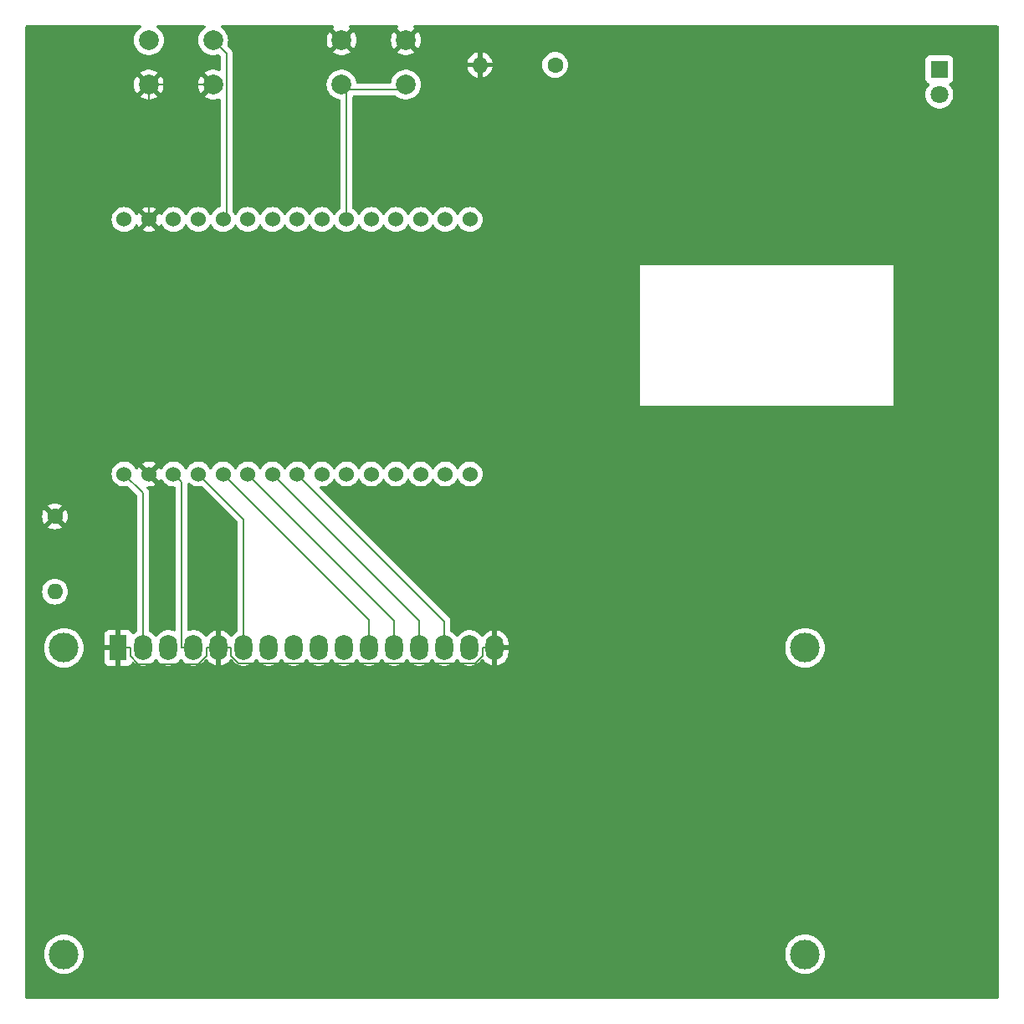
<source format=gbr>
%TF.GenerationSoftware,KiCad,Pcbnew,8.0.4*%
%TF.CreationDate,2024-08-01T14:56:52+02:00*%
%TF.ProjectId,\u002A,2a2e6b69-6361-4645-9f70-636258585858,rev?*%
%TF.SameCoordinates,Original*%
%TF.FileFunction,Copper,L2,Bot*%
%TF.FilePolarity,Positive*%
%FSLAX46Y46*%
G04 Gerber Fmt 4.6, Leading zero omitted, Abs format (unit mm)*
G04 Created by KiCad (PCBNEW 8.0.4) date 2024-08-01 14:56:52*
%MOMM*%
%LPD*%
G01*
G04 APERTURE LIST*
%TA.AperFunction,ComponentPad*%
%ADD10C,3.000000*%
%TD*%
%TA.AperFunction,ComponentPad*%
%ADD11R,1.800000X2.600000*%
%TD*%
%TA.AperFunction,ComponentPad*%
%ADD12O,1.800000X2.600000*%
%TD*%
%TA.AperFunction,ComponentPad*%
%ADD13C,1.600000*%
%TD*%
%TA.AperFunction,ComponentPad*%
%ADD14O,1.600000X1.600000*%
%TD*%
%TA.AperFunction,ComponentPad*%
%ADD15R,1.800000X1.800000*%
%TD*%
%TA.AperFunction,ComponentPad*%
%ADD16C,1.800000*%
%TD*%
%TA.AperFunction,ComponentPad*%
%ADD17C,2.000000*%
%TD*%
%TA.AperFunction,ComponentPad*%
%ADD18C,1.524000*%
%TD*%
%TA.AperFunction,Conductor*%
%ADD19C,0.200000*%
%TD*%
G04 APERTURE END LIST*
D10*
%TO.P,DS2,*%
%TO.N,*%
X133900900Y-106500000D03*
X133900900Y-137500700D03*
X208899480Y-137500700D03*
X208900000Y-106500000D03*
D11*
%TO.P,DS2,1,VSS*%
%TO.N,GND*%
X139400000Y-106500000D03*
D12*
%TO.P,DS2,2,VDD*%
%TO.N,Net-(DS2-LED(+))*%
X141940000Y-106500000D03*
%TO.P,DS2,3,VO*%
%TO.N,Net-(DS2-VO)*%
X144480000Y-106500000D03*
%TO.P,DS2,4,RS*%
%TO.N,Net-(DS2-RS)*%
X147020000Y-106500000D03*
%TO.P,DS2,5,R/W*%
%TO.N,GND*%
X149560000Y-106500000D03*
%TO.P,DS2,6,E*%
%TO.N,Net-(DS2-E)*%
X152100000Y-106500000D03*
%TO.P,DS2,7,D0*%
%TO.N,unconnected-(DS2-D0-Pad7)*%
X154640000Y-106500000D03*
%TO.P,DS2,8,D1*%
%TO.N,unconnected-(DS2-D1-Pad8)*%
X157180000Y-106500000D03*
%TO.P,DS2,9,D2*%
%TO.N,unconnected-(DS2-D2-Pad9)*%
X159720000Y-106500000D03*
%TO.P,DS2,10,D3*%
%TO.N,unconnected-(DS2-D3-Pad10)*%
X162260000Y-106500000D03*
%TO.P,DS2,11,D4*%
%TO.N,Net-(DS2-D4)*%
X164800000Y-106500000D03*
%TO.P,DS2,12,D5*%
%TO.N,Net-(DS2-D5)*%
X167340000Y-106500000D03*
%TO.P,DS2,13,D6*%
%TO.N,Net-(DS2-D6)*%
X169880000Y-106500000D03*
%TO.P,DS2,14,D7*%
%TO.N,Net-(DS2-D7)*%
X172420000Y-106500000D03*
%TO.P,DS2,15,LED(+)*%
%TO.N,Net-(DS2-LED(+))*%
X174960000Y-106500000D03*
%TO.P,DS2,16,LED(-)*%
%TO.N,GND*%
X177500000Y-106500000D03*
%TD*%
D13*
%TO.P,R3,1*%
%TO.N,GND*%
X133000000Y-93190000D03*
D14*
%TO.P,R3,2*%
%TO.N,Net-(DS2-VO)*%
X133000000Y-100810000D03*
%TD*%
D15*
%TO.P,D1,1,K*%
%TO.N,Net-(D1-K)*%
X222500000Y-47960000D03*
D16*
%TO.P,D1,2,A*%
%TO.N,Net-(D1-A)*%
X222500000Y-50500000D03*
%TD*%
D17*
%TO.P,SW1,1,1*%
%TO.N,Net-(Esp32-Wroom-32D1-D14)*%
X142500000Y-45000000D03*
X149000000Y-45000000D03*
%TO.P,SW1,2,2*%
%TO.N,GND*%
X142500000Y-49500000D03*
X149000000Y-49500000D03*
%TD*%
%TO.P,SW2,1,1*%
%TO.N,Net-(Esp32-Wroom-32D1-D32)*%
X168500000Y-49500000D03*
X162000000Y-49500000D03*
%TO.P,SW2,2,2*%
%TO.N,GND*%
X168500000Y-45000000D03*
X162000000Y-45000000D03*
%TD*%
D13*
%TO.P,R2,1*%
%TO.N,Net-(D1-K)*%
X183620000Y-47500000D03*
D14*
%TO.P,R2,2*%
%TO.N,GND*%
X176000000Y-47500000D03*
%TD*%
D18*
%TO.P,Esp32-Wroom-32D1,0,VIN*%
%TO.N,unconnected-(Esp32-Wroom-32D1-VIN-Pad0)*%
X140000000Y-63150000D03*
%TO.P,Esp32-Wroom-32D1,1,GND*%
%TO.N,GND*%
X142512000Y-63150000D03*
%TO.P,Esp32-Wroom-32D1,2,3V3*%
%TO.N,Net-(DS2-LED(+))*%
X140000000Y-88900000D03*
%TO.P,Esp32-Wroom-32D1,3,EN*%
%TO.N,unconnected-(Esp32-Wroom-32D1-EN-Pad3)*%
X175000000Y-63150000D03*
%TO.P,Esp32-Wroom-32D1,4,VP*%
%TO.N,unconnected-(Esp32-Wroom-32D1-VP-Pad4)*%
X172500000Y-63150000D03*
%TO.P,Esp32-Wroom-32D1,5,VN*%
%TO.N,unconnected-(Esp32-Wroom-32D1-VN-Pad5)*%
X170000000Y-63150000D03*
%TO.P,Esp32-Wroom-32D1,6,D34*%
%TO.N,unconnected-(Esp32-Wroom-32D1-D34-Pad6)*%
X167500000Y-63150000D03*
%TO.P,Esp32-Wroom-32D1,7,D35*%
%TO.N,unconnected-(Esp32-Wroom-32D1-D35-Pad7)*%
X165000000Y-63150000D03*
%TO.P,Esp32-Wroom-32D1,8,D32*%
%TO.N,Net-(Esp32-Wroom-32D1-D32)*%
X162500000Y-63150000D03*
%TO.P,Esp32-Wroom-32D1,9,D33*%
%TO.N,unconnected-(Esp32-Wroom-32D1-D33-Pad9)*%
X160000000Y-63150000D03*
%TO.P,Esp32-Wroom-32D1,10,D25*%
%TO.N,unconnected-(Esp32-Wroom-32D1-D25-Pad10)*%
X157500000Y-63150000D03*
%TO.P,Esp32-Wroom-32D1,11,D26*%
%TO.N,unconnected-(Esp32-Wroom-32D1-D26-Pad11)*%
X155000000Y-63150000D03*
%TO.P,Esp32-Wroom-32D1,12,D27*%
%TO.N,Net-(D1-A)*%
X152500000Y-63150000D03*
%TO.P,Esp32-Wroom-32D1,13,D14*%
%TO.N,Net-(Esp32-Wroom-32D1-D14)*%
X150000000Y-63150000D03*
%TO.P,Esp32-Wroom-32D1,14,D12*%
%TO.N,unconnected-(Esp32-Wroom-32D1-D12-Pad14)*%
X147500000Y-63150000D03*
%TO.P,Esp32-Wroom-32D1,16,D13*%
%TO.N,unconnected-(Esp32-Wroom-32D1-D13-Pad16)*%
X145000000Y-63150000D03*
%TO.P,Esp32-Wroom-32D1,23,D15*%
%TO.N,Net-(DS2-RS)*%
X145000000Y-88900000D03*
%TO.P,Esp32-Wroom-32D1,24,D2*%
%TO.N,Net-(DS2-E)*%
X147500000Y-88900000D03*
%TO.P,Esp32-Wroom-32D1,26,D4*%
%TO.N,Net-(DS2-D4)*%
X150000000Y-88900000D03*
%TO.P,Esp32-Wroom-32D1,27,D16*%
%TO.N,Net-(DS2-D5)*%
X152500000Y-88900000D03*
%TO.P,Esp32-Wroom-32D1,28,D17*%
%TO.N,Net-(DS2-D6)*%
X155000000Y-88900000D03*
%TO.P,Esp32-Wroom-32D1,29,D5*%
%TO.N,Net-(DS2-D7)*%
X157500000Y-88900000D03*
%TO.P,Esp32-Wroom-32D1,30,D18*%
%TO.N,unconnected-(Esp32-Wroom-32D1-D18-Pad30)*%
X160000000Y-88900000D03*
%TO.P,Esp32-Wroom-32D1,31,D19*%
%TO.N,unconnected-(Esp32-Wroom-32D1-D19-Pad31)*%
X162500000Y-88900000D03*
%TO.P,Esp32-Wroom-32D1,33,D21*%
%TO.N,unconnected-(Esp32-Wroom-32D1-D21-Pad33)*%
X165000000Y-88900000D03*
%TO.P,Esp32-Wroom-32D1,34,RX0*%
%TO.N,unconnected-(Esp32-Wroom-32D1-RX0-Pad34)*%
X167500000Y-88900000D03*
%TO.P,Esp32-Wroom-32D1,35,TX0*%
%TO.N,unconnected-(Esp32-Wroom-32D1-TX0-Pad35)*%
X170000000Y-88900000D03*
%TO.P,Esp32-Wroom-32D1,36,D22*%
%TO.N,unconnected-(Esp32-Wroom-32D1-D22-Pad36)*%
X172500000Y-88900000D03*
%TO.P,Esp32-Wroom-32D1,37,D23*%
%TO.N,unconnected-(Esp32-Wroom-32D1-D23-Pad37)*%
X175000000Y-88900000D03*
%TO.P,Esp32-Wroom-32D1,38,GND*%
%TO.N,GND*%
X142512000Y-88900000D03*
%TD*%
D19*
%TO.N,Net-(DS2-LED(+))*%
X140000000Y-88900000D02*
X141940000Y-90840000D01*
X141940000Y-90840000D02*
X141940000Y-106500000D01*
%TO.N,Net-(DS2-D5)*%
X167340000Y-103740000D02*
X167340000Y-106500000D01*
X152500000Y-88900000D02*
X167340000Y-103740000D01*
%TO.N,GND*%
X176298300Y-107326200D02*
X175522800Y-108101700D01*
X150761700Y-107285800D02*
X150761700Y-106500000D01*
X149560000Y-106500000D02*
X148358300Y-106500000D01*
X177500000Y-106500000D02*
X176298300Y-106500000D01*
X133000000Y-93190000D02*
X139400000Y-99590000D01*
X140601700Y-106500000D02*
X140601700Y-107326200D01*
X149560000Y-106500000D02*
X150761700Y-106500000D01*
X139400000Y-99590000D02*
X139400000Y-106500000D01*
X151577600Y-108101700D02*
X150761700Y-107285800D01*
X147511900Y-108132100D02*
X148358300Y-107285700D01*
X141407600Y-108132100D02*
X147511900Y-108132100D01*
X176298300Y-106500000D02*
X176298300Y-107326200D01*
X148358300Y-107285700D02*
X148358300Y-106500000D01*
X139400000Y-106500000D02*
X140601700Y-106500000D01*
X175522800Y-108101700D02*
X151577600Y-108101700D01*
X140601700Y-107326200D02*
X141407600Y-108132100D01*
%TO.N,Net-(DS2-RS)*%
X147020000Y-106500000D02*
X145818300Y-106500000D01*
X145818300Y-89718300D02*
X145818300Y-106500000D01*
X145000000Y-88900000D02*
X145818300Y-89718300D01*
%TO.N,Net-(DS2-D4)*%
X164800000Y-103700000D02*
X164800000Y-106500000D01*
X150000000Y-88900000D02*
X164800000Y-103700000D01*
%TO.N,Net-(DS2-D7)*%
X157500000Y-88900000D02*
X172420000Y-103820000D01*
X172420000Y-103820000D02*
X172420000Y-106500000D01*
%TO.N,Net-(DS2-D6)*%
X155000000Y-88900000D02*
X169880000Y-103780000D01*
X169880000Y-103780000D02*
X169880000Y-106500000D01*
%TO.N,Net-(DS2-E)*%
X152100000Y-93500000D02*
X152100000Y-106500000D01*
X147500000Y-88900000D02*
X152100000Y-93500000D01*
%TO.N,Net-(Esp32-Wroom-32D1-D32)*%
X168000000Y-50000000D02*
X168500000Y-49500000D01*
X162500000Y-63150000D02*
X162500000Y-50000000D01*
X162500000Y-50000000D02*
X168000000Y-50000000D01*
X162500000Y-50000000D02*
X162000000Y-49500000D01*
%TO.N,GND*%
X142512000Y-49512000D02*
X142500000Y-49500000D01*
X142512000Y-49512000D02*
X148988000Y-49512000D01*
X148988000Y-49512000D02*
X149000000Y-49500000D01*
X142512000Y-63150000D02*
X142512000Y-49512000D01*
%TO.N,Net-(Esp32-Wroom-32D1-D14)*%
X150000000Y-63150000D02*
X150343800Y-62806200D01*
X150343800Y-46343800D02*
X149000000Y-45000000D01*
X150343800Y-62806200D02*
X150343800Y-46343800D01*
%TD*%
%TA.AperFunction,Conductor*%
%TO.N,GND*%
G36*
X146624003Y-89809895D02*
G01*
X146630481Y-89815927D01*
X146685378Y-89870824D01*
X146685384Y-89870829D01*
X146866333Y-89997531D01*
X146866335Y-89997532D01*
X146866338Y-89997534D01*
X147066550Y-90090894D01*
X147279932Y-90148070D01*
X147426743Y-90160914D01*
X147499998Y-90167323D01*
X147500000Y-90167323D01*
X147500002Y-90167323D01*
X147530502Y-90164654D01*
X147720068Y-90148070D01*
X147721916Y-90147575D01*
X147730253Y-90145340D01*
X147791903Y-90128821D01*
X147861752Y-90130482D01*
X147911679Y-90160914D01*
X151463181Y-93712416D01*
X151496666Y-93773739D01*
X151499500Y-93800097D01*
X151499500Y-104758164D01*
X151479815Y-104825203D01*
X151431796Y-104868648D01*
X151365976Y-104902185D01*
X151187641Y-105031752D01*
X151187636Y-105031756D01*
X151031756Y-105187636D01*
X150930008Y-105327681D01*
X150874678Y-105370346D01*
X150805065Y-105376325D01*
X150743270Y-105343719D01*
X150729372Y-105327680D01*
X150627862Y-105187964D01*
X150627857Y-105187958D01*
X150472041Y-105032142D01*
X150293760Y-104902613D01*
X150097410Y-104802567D01*
X149887836Y-104734473D01*
X149810000Y-104722144D01*
X149810000Y-105951517D01*
X149791591Y-105940889D01*
X149638991Y-105900000D01*
X149481009Y-105900000D01*
X149328409Y-105940889D01*
X149310000Y-105951517D01*
X149310000Y-104722144D01*
X149232164Y-104734473D01*
X149232161Y-104734473D01*
X149022589Y-104802567D01*
X148826239Y-104902613D01*
X148647958Y-105032142D01*
X148492142Y-105187958D01*
X148492142Y-105187959D01*
X148390627Y-105327681D01*
X148335297Y-105370346D01*
X148265683Y-105376325D01*
X148203888Y-105343719D01*
X148189991Y-105327680D01*
X148088247Y-105187641D01*
X148088243Y-105187636D01*
X147932363Y-105031756D01*
X147932358Y-105031752D01*
X147754025Y-104902187D01*
X147754024Y-104902186D01*
X147754022Y-104902185D01*
X147688203Y-104868648D01*
X147557606Y-104802104D01*
X147557603Y-104802103D01*
X147347952Y-104733985D01*
X147239086Y-104716742D01*
X147130222Y-104699500D01*
X146909778Y-104699500D01*
X146866232Y-104706397D01*
X146692045Y-104733985D01*
X146581117Y-104770027D01*
X146511276Y-104772022D01*
X146451443Y-104735941D01*
X146420616Y-104673239D01*
X146418800Y-104652096D01*
X146418800Y-89903608D01*
X146438485Y-89836569D01*
X146491289Y-89790814D01*
X146560447Y-89780870D01*
X146624003Y-89809895D01*
G37*
%TD.AperFunction*%
%TA.AperFunction,Conductor*%
G36*
X143563741Y-89598188D02*
G01*
X143609094Y-89533417D01*
X143609097Y-89533412D01*
X143643340Y-89459977D01*
X143689512Y-89407537D01*
X143756705Y-89388384D01*
X143823586Y-89408599D01*
X143868105Y-89459975D01*
X143902464Y-89533658D01*
X143902466Y-89533661D01*
X143902468Y-89533666D01*
X144029170Y-89714615D01*
X144029175Y-89714621D01*
X144185378Y-89870824D01*
X144185384Y-89870829D01*
X144366333Y-89997531D01*
X144366335Y-89997532D01*
X144366338Y-89997534D01*
X144566550Y-90090894D01*
X144779932Y-90148070D01*
X144926743Y-90160914D01*
X144999998Y-90167323D01*
X145000000Y-90167323D01*
X145000001Y-90167323D01*
X145030240Y-90164677D01*
X145082992Y-90160062D01*
X145151492Y-90173828D01*
X145201675Y-90222444D01*
X145217800Y-90283590D01*
X145217800Y-104701759D01*
X145198115Y-104768798D01*
X145145311Y-104814553D01*
X145076153Y-104824497D01*
X145037505Y-104812244D01*
X145017606Y-104802104D01*
X145017603Y-104802103D01*
X144807952Y-104733985D01*
X144699086Y-104716742D01*
X144590222Y-104699500D01*
X144369778Y-104699500D01*
X144297201Y-104710995D01*
X144152047Y-104733985D01*
X143942396Y-104802103D01*
X143942393Y-104802104D01*
X143745974Y-104902187D01*
X143567641Y-105031752D01*
X143567636Y-105031756D01*
X143411756Y-105187636D01*
X143411752Y-105187641D01*
X143310318Y-105327254D01*
X143254988Y-105369920D01*
X143185375Y-105375899D01*
X143123580Y-105343293D01*
X143109682Y-105327254D01*
X143008247Y-105187641D01*
X143008243Y-105187636D01*
X142852363Y-105031756D01*
X142852358Y-105031752D01*
X142674023Y-104902185D01*
X142608204Y-104868648D01*
X142557409Y-104820674D01*
X142540500Y-104758164D01*
X142540500Y-90760945D01*
X142540500Y-90760943D01*
X142499577Y-90608216D01*
X142499577Y-90608215D01*
X142499577Y-90608214D01*
X142470639Y-90558095D01*
X142470637Y-90558092D01*
X142420520Y-90471284D01*
X142318997Y-90369761D01*
X142285512Y-90308438D01*
X142290496Y-90238746D01*
X142332368Y-90182813D01*
X142397832Y-90158396D01*
X142417486Y-90158552D01*
X142511999Y-90166821D01*
X142512001Y-90166821D01*
X142731976Y-90147575D01*
X142731986Y-90147573D01*
X142945270Y-90090424D01*
X142945284Y-90090419D01*
X143145407Y-89997100D01*
X143145417Y-89997094D01*
X143210188Y-89951741D01*
X142539447Y-89281000D01*
X142562160Y-89281000D01*
X142659061Y-89255036D01*
X142745940Y-89204876D01*
X142816876Y-89133940D01*
X142867036Y-89047061D01*
X142893000Y-88950160D01*
X142893000Y-88927447D01*
X143563741Y-89598188D01*
G37*
%TD.AperFunction*%
%TA.AperFunction,Conductor*%
G36*
X141695546Y-43520185D02*
G01*
X141741301Y-43572989D01*
X141751245Y-43642147D01*
X141722220Y-43705703D01*
X141687526Y-43733554D01*
X141684785Y-43735037D01*
X141676493Y-43739524D01*
X141480257Y-43892261D01*
X141311833Y-44075217D01*
X141175826Y-44283393D01*
X141075936Y-44511118D01*
X141014892Y-44752175D01*
X141014890Y-44752187D01*
X140994357Y-44999994D01*
X140994357Y-45000005D01*
X141014890Y-45247812D01*
X141014892Y-45247824D01*
X141075936Y-45488881D01*
X141175826Y-45716606D01*
X141311833Y-45924782D01*
X141311836Y-45924785D01*
X141480256Y-46107738D01*
X141676491Y-46260474D01*
X141684383Y-46264745D01*
X141894332Y-46378364D01*
X141895190Y-46378828D01*
X142015216Y-46420033D01*
X142128964Y-46459083D01*
X142130386Y-46459571D01*
X142375665Y-46500500D01*
X142624335Y-46500500D01*
X142869614Y-46459571D01*
X143104810Y-46378828D01*
X143323509Y-46260474D01*
X143519744Y-46107738D01*
X143688164Y-45924785D01*
X143824173Y-45716607D01*
X143924063Y-45488881D01*
X143985108Y-45247821D01*
X144005643Y-45000000D01*
X143985108Y-44752179D01*
X143985107Y-44752175D01*
X143924063Y-44511118D01*
X143824173Y-44283393D01*
X143688166Y-44075217D01*
X143666557Y-44051744D01*
X143519744Y-43892262D01*
X143323509Y-43739526D01*
X143323507Y-43739525D01*
X143323506Y-43739524D01*
X143317395Y-43736217D01*
X143312474Y-43733554D01*
X143262885Y-43684335D01*
X143247777Y-43616119D01*
X143271947Y-43550563D01*
X143327723Y-43508482D01*
X143371493Y-43500500D01*
X148128507Y-43500500D01*
X148195546Y-43520185D01*
X148241301Y-43572989D01*
X148251245Y-43642147D01*
X148222220Y-43705703D01*
X148187526Y-43733554D01*
X148184785Y-43735037D01*
X148176493Y-43739524D01*
X147980257Y-43892261D01*
X147811833Y-44075217D01*
X147675826Y-44283393D01*
X147575936Y-44511118D01*
X147514892Y-44752175D01*
X147514890Y-44752187D01*
X147494357Y-44999994D01*
X147494357Y-45000005D01*
X147514890Y-45247812D01*
X147514892Y-45247824D01*
X147575936Y-45488881D01*
X147675826Y-45716606D01*
X147811833Y-45924782D01*
X147811836Y-45924785D01*
X147980256Y-46107738D01*
X148176491Y-46260474D01*
X148184383Y-46264745D01*
X148394332Y-46378364D01*
X148395190Y-46378828D01*
X148515216Y-46420033D01*
X148628964Y-46459083D01*
X148630386Y-46459571D01*
X148875665Y-46500500D01*
X149124335Y-46500500D01*
X149369608Y-46459572D01*
X149369607Y-46459572D01*
X149369614Y-46459571D01*
X149475607Y-46423182D01*
X149545402Y-46420033D01*
X149603548Y-46452783D01*
X149706981Y-46556216D01*
X149740466Y-46617539D01*
X149743300Y-46643897D01*
X149743300Y-47995572D01*
X149723615Y-48062611D01*
X149670811Y-48108366D01*
X149601653Y-48118310D01*
X149579037Y-48112853D01*
X149369493Y-48040916D01*
X149124293Y-48000000D01*
X148875707Y-48000000D01*
X148630506Y-48040916D01*
X148395396Y-48121630D01*
X148395390Y-48121632D01*
X148176761Y-48239949D01*
X148129942Y-48276388D01*
X148129942Y-48276390D01*
X148829765Y-48976212D01*
X148787708Y-48987482D01*
X148662292Y-49059890D01*
X148559890Y-49162292D01*
X148487482Y-49287708D01*
X148476212Y-49329764D01*
X147776564Y-48630116D01*
X147676267Y-48783632D01*
X147576412Y-49011282D01*
X147515387Y-49252261D01*
X147515385Y-49252270D01*
X147494859Y-49499994D01*
X147494859Y-49500005D01*
X147515385Y-49747729D01*
X147515387Y-49747738D01*
X147576412Y-49988717D01*
X147676266Y-50216364D01*
X147776564Y-50369882D01*
X148476212Y-49670234D01*
X148487482Y-49712292D01*
X148559890Y-49837708D01*
X148662292Y-49940110D01*
X148787708Y-50012518D01*
X148829763Y-50023787D01*
X148129942Y-50723609D01*
X148176768Y-50760055D01*
X148176770Y-50760056D01*
X148395385Y-50878364D01*
X148395396Y-50878369D01*
X148630506Y-50959083D01*
X148875707Y-51000000D01*
X149124293Y-51000000D01*
X149369493Y-50959083D01*
X149579037Y-50887146D01*
X149648835Y-50883996D01*
X149709257Y-50919082D01*
X149741117Y-50981264D01*
X149743300Y-51004427D01*
X149743300Y-61816596D01*
X149723615Y-61883635D01*
X149670811Y-61929390D01*
X149651396Y-61936370D01*
X149566550Y-61959105D01*
X149366340Y-62052465D01*
X149366338Y-62052466D01*
X149185377Y-62179175D01*
X149029175Y-62335377D01*
X148902466Y-62516338D01*
X148902465Y-62516340D01*
X148862382Y-62602299D01*
X148816209Y-62654738D01*
X148749016Y-62673890D01*
X148682135Y-62653674D01*
X148637618Y-62602299D01*
X148597650Y-62516588D01*
X148597534Y-62516339D01*
X148470826Y-62335380D01*
X148314620Y-62179174D01*
X148314616Y-62179171D01*
X148314615Y-62179170D01*
X148133666Y-62052468D01*
X148133662Y-62052466D01*
X148089202Y-62031734D01*
X147933450Y-61959106D01*
X147933447Y-61959105D01*
X147933445Y-61959104D01*
X147720070Y-61901930D01*
X147720062Y-61901929D01*
X147500002Y-61882677D01*
X147499998Y-61882677D01*
X147279937Y-61901929D01*
X147279929Y-61901930D01*
X147066554Y-61959104D01*
X147066548Y-61959107D01*
X146866340Y-62052465D01*
X146866338Y-62052466D01*
X146685377Y-62179175D01*
X146529175Y-62335377D01*
X146402466Y-62516338D01*
X146402465Y-62516340D01*
X146362382Y-62602299D01*
X146316209Y-62654738D01*
X146249016Y-62673890D01*
X146182135Y-62653674D01*
X146137618Y-62602299D01*
X146097650Y-62516588D01*
X146097534Y-62516339D01*
X145970826Y-62335380D01*
X145814620Y-62179174D01*
X145814616Y-62179171D01*
X145814615Y-62179170D01*
X145633666Y-62052468D01*
X145633662Y-62052466D01*
X145589202Y-62031734D01*
X145433450Y-61959106D01*
X145433447Y-61959105D01*
X145433445Y-61959104D01*
X145220070Y-61901930D01*
X145220062Y-61901929D01*
X145000002Y-61882677D01*
X144999998Y-61882677D01*
X144779937Y-61901929D01*
X144779929Y-61901930D01*
X144566554Y-61959104D01*
X144566548Y-61959107D01*
X144366340Y-62052465D01*
X144366338Y-62052466D01*
X144185377Y-62179175D01*
X144029175Y-62335377D01*
X143902466Y-62516338D01*
X143902462Y-62516345D01*
X143868104Y-62590025D01*
X143821931Y-62642464D01*
X143754737Y-62661615D01*
X143687857Y-62641398D01*
X143643341Y-62590023D01*
X143609098Y-62516588D01*
X143609097Y-62516587D01*
X143563741Y-62451811D01*
X143563740Y-62451810D01*
X142893000Y-63122551D01*
X142893000Y-63099840D01*
X142867036Y-63002939D01*
X142816876Y-62916060D01*
X142745940Y-62845124D01*
X142659061Y-62794964D01*
X142562160Y-62769000D01*
X142539448Y-62769000D01*
X143210188Y-62098259D01*
X143210187Y-62098258D01*
X143145411Y-62052901D01*
X143145405Y-62052898D01*
X142945284Y-61959580D01*
X142945270Y-61959575D01*
X142731986Y-61902426D01*
X142731976Y-61902424D01*
X142512001Y-61883179D01*
X142511999Y-61883179D01*
X142292023Y-61902424D01*
X142292013Y-61902426D01*
X142078729Y-61959575D01*
X142078720Y-61959579D01*
X141878590Y-62052901D01*
X141813811Y-62098258D01*
X142484553Y-62769000D01*
X142461840Y-62769000D01*
X142364939Y-62794964D01*
X142278060Y-62845124D01*
X142207124Y-62916060D01*
X142156964Y-63002939D01*
X142131000Y-63099840D01*
X142131000Y-63122553D01*
X141460258Y-62451811D01*
X141414901Y-62516590D01*
X141368658Y-62615758D01*
X141322485Y-62668197D01*
X141255292Y-62687349D01*
X141188411Y-62667133D01*
X141143894Y-62615758D01*
X141097650Y-62516588D01*
X141097534Y-62516339D01*
X140970826Y-62335380D01*
X140814620Y-62179174D01*
X140814616Y-62179171D01*
X140814615Y-62179170D01*
X140633666Y-62052468D01*
X140633662Y-62052466D01*
X140589202Y-62031734D01*
X140433450Y-61959106D01*
X140433447Y-61959105D01*
X140433445Y-61959104D01*
X140220070Y-61901930D01*
X140220062Y-61901929D01*
X140000002Y-61882677D01*
X139999998Y-61882677D01*
X139779937Y-61901929D01*
X139779929Y-61901930D01*
X139566554Y-61959104D01*
X139566548Y-61959107D01*
X139366340Y-62052465D01*
X139366338Y-62052466D01*
X139185377Y-62179175D01*
X139029175Y-62335377D01*
X138902466Y-62516338D01*
X138902465Y-62516340D01*
X138809107Y-62716548D01*
X138809104Y-62716554D01*
X138751930Y-62929929D01*
X138751929Y-62929937D01*
X138732677Y-63149997D01*
X138732677Y-63150002D01*
X138751929Y-63370062D01*
X138751930Y-63370070D01*
X138809104Y-63583445D01*
X138809105Y-63583447D01*
X138809106Y-63583450D01*
X138868106Y-63709977D01*
X138902466Y-63783662D01*
X138902468Y-63783666D01*
X139029170Y-63964615D01*
X139029175Y-63964621D01*
X139185378Y-64120824D01*
X139185384Y-64120829D01*
X139366333Y-64247531D01*
X139366335Y-64247532D01*
X139366338Y-64247534D01*
X139566550Y-64340894D01*
X139779932Y-64398070D01*
X139937123Y-64411822D01*
X139999998Y-64417323D01*
X140000000Y-64417323D01*
X140000002Y-64417323D01*
X140055017Y-64412509D01*
X140220068Y-64398070D01*
X140433450Y-64340894D01*
X140633662Y-64247534D01*
X140814620Y-64120826D01*
X140970826Y-63964620D01*
X141097534Y-63783662D01*
X141143894Y-63684241D01*
X141190066Y-63631802D01*
X141257259Y-63612650D01*
X141324141Y-63632865D01*
X141368658Y-63684242D01*
X141414898Y-63783405D01*
X141414901Y-63783411D01*
X141460258Y-63848187D01*
X141460259Y-63848188D01*
X142131000Y-63177447D01*
X142131000Y-63200160D01*
X142156964Y-63297061D01*
X142207124Y-63383940D01*
X142278060Y-63454876D01*
X142364939Y-63505036D01*
X142461840Y-63531000D01*
X142484553Y-63531000D01*
X141813810Y-64201740D01*
X141878590Y-64247099D01*
X141878592Y-64247100D01*
X142078715Y-64340419D01*
X142078729Y-64340424D01*
X142292013Y-64397573D01*
X142292023Y-64397575D01*
X142511999Y-64416821D01*
X142512001Y-64416821D01*
X142731976Y-64397575D01*
X142731986Y-64397573D01*
X142945270Y-64340424D01*
X142945284Y-64340419D01*
X143145407Y-64247100D01*
X143145417Y-64247094D01*
X143210188Y-64201741D01*
X142539448Y-63531000D01*
X142562160Y-63531000D01*
X142659061Y-63505036D01*
X142745940Y-63454876D01*
X142816876Y-63383940D01*
X142867036Y-63297061D01*
X142893000Y-63200160D01*
X142893000Y-63177447D01*
X143563741Y-63848188D01*
X143609094Y-63783417D01*
X143609097Y-63783412D01*
X143643340Y-63709977D01*
X143689512Y-63657537D01*
X143756705Y-63638384D01*
X143823586Y-63658599D01*
X143868105Y-63709975D01*
X143902464Y-63783658D01*
X143902466Y-63783661D01*
X143902468Y-63783666D01*
X144029170Y-63964615D01*
X144029175Y-63964621D01*
X144185378Y-64120824D01*
X144185384Y-64120829D01*
X144366333Y-64247531D01*
X144366335Y-64247532D01*
X144366338Y-64247534D01*
X144566550Y-64340894D01*
X144779932Y-64398070D01*
X144937123Y-64411822D01*
X144999998Y-64417323D01*
X145000000Y-64417323D01*
X145000002Y-64417323D01*
X145055017Y-64412509D01*
X145220068Y-64398070D01*
X145433450Y-64340894D01*
X145633662Y-64247534D01*
X145814620Y-64120826D01*
X145970826Y-63964620D01*
X146097534Y-63783662D01*
X146137618Y-63697700D01*
X146183790Y-63645261D01*
X146250983Y-63626109D01*
X146317864Y-63646324D01*
X146362382Y-63697701D01*
X146402464Y-63783658D01*
X146402468Y-63783666D01*
X146529170Y-63964615D01*
X146529175Y-63964621D01*
X146685378Y-64120824D01*
X146685384Y-64120829D01*
X146866333Y-64247531D01*
X146866335Y-64247532D01*
X146866338Y-64247534D01*
X147066550Y-64340894D01*
X147279932Y-64398070D01*
X147437123Y-64411822D01*
X147499998Y-64417323D01*
X147500000Y-64417323D01*
X147500002Y-64417323D01*
X147555017Y-64412509D01*
X147720068Y-64398070D01*
X147933450Y-64340894D01*
X148133662Y-64247534D01*
X148314620Y-64120826D01*
X148470826Y-63964620D01*
X148597534Y-63783662D01*
X148637618Y-63697700D01*
X148683790Y-63645261D01*
X148750983Y-63626109D01*
X148817864Y-63646324D01*
X148862382Y-63697701D01*
X148902464Y-63783658D01*
X148902468Y-63783666D01*
X149029170Y-63964615D01*
X149029175Y-63964621D01*
X149185378Y-64120824D01*
X149185384Y-64120829D01*
X149366333Y-64247531D01*
X149366335Y-64247532D01*
X149366338Y-64247534D01*
X149566550Y-64340894D01*
X149779932Y-64398070D01*
X149937123Y-64411822D01*
X149999998Y-64417323D01*
X150000000Y-64417323D01*
X150000002Y-64417323D01*
X150055017Y-64412509D01*
X150220068Y-64398070D01*
X150433450Y-64340894D01*
X150633662Y-64247534D01*
X150814620Y-64120826D01*
X150970826Y-63964620D01*
X151097534Y-63783662D01*
X151137618Y-63697700D01*
X151183790Y-63645261D01*
X151250983Y-63626109D01*
X151317864Y-63646324D01*
X151362382Y-63697701D01*
X151402464Y-63783658D01*
X151402468Y-63783666D01*
X151529170Y-63964615D01*
X151529175Y-63964621D01*
X151685378Y-64120824D01*
X151685384Y-64120829D01*
X151866333Y-64247531D01*
X151866335Y-64247532D01*
X151866338Y-64247534D01*
X152066550Y-64340894D01*
X152279932Y-64398070D01*
X152437123Y-64411822D01*
X152499998Y-64417323D01*
X152500000Y-64417323D01*
X152500002Y-64417323D01*
X152555017Y-64412509D01*
X152720068Y-64398070D01*
X152933450Y-64340894D01*
X153133662Y-64247534D01*
X153314620Y-64120826D01*
X153470826Y-63964620D01*
X153597534Y-63783662D01*
X153637618Y-63697700D01*
X153683790Y-63645261D01*
X153750983Y-63626109D01*
X153817864Y-63646324D01*
X153862382Y-63697701D01*
X153902464Y-63783658D01*
X153902468Y-63783666D01*
X154029170Y-63964615D01*
X154029175Y-63964621D01*
X154185378Y-64120824D01*
X154185384Y-64120829D01*
X154366333Y-64247531D01*
X154366335Y-64247532D01*
X154366338Y-64247534D01*
X154566550Y-64340894D01*
X154779932Y-64398070D01*
X154937123Y-64411822D01*
X154999998Y-64417323D01*
X155000000Y-64417323D01*
X155000002Y-64417323D01*
X155055017Y-64412509D01*
X155220068Y-64398070D01*
X155433450Y-64340894D01*
X155633662Y-64247534D01*
X155814620Y-64120826D01*
X155970826Y-63964620D01*
X156097534Y-63783662D01*
X156137618Y-63697700D01*
X156183790Y-63645261D01*
X156250983Y-63626109D01*
X156317864Y-63646324D01*
X156362382Y-63697701D01*
X156402464Y-63783658D01*
X156402468Y-63783666D01*
X156529170Y-63964615D01*
X156529175Y-63964621D01*
X156685378Y-64120824D01*
X156685384Y-64120829D01*
X156866333Y-64247531D01*
X156866335Y-64247532D01*
X156866338Y-64247534D01*
X157066550Y-64340894D01*
X157279932Y-64398070D01*
X157437123Y-64411822D01*
X157499998Y-64417323D01*
X157500000Y-64417323D01*
X157500002Y-64417323D01*
X157555017Y-64412509D01*
X157720068Y-64398070D01*
X157933450Y-64340894D01*
X158133662Y-64247534D01*
X158314620Y-64120826D01*
X158470826Y-63964620D01*
X158597534Y-63783662D01*
X158637618Y-63697700D01*
X158683790Y-63645261D01*
X158750983Y-63626109D01*
X158817864Y-63646324D01*
X158862382Y-63697701D01*
X158902464Y-63783658D01*
X158902468Y-63783666D01*
X159029170Y-63964615D01*
X159029175Y-63964621D01*
X159185378Y-64120824D01*
X159185384Y-64120829D01*
X159366333Y-64247531D01*
X159366335Y-64247532D01*
X159366338Y-64247534D01*
X159566550Y-64340894D01*
X159779932Y-64398070D01*
X159937123Y-64411822D01*
X159999998Y-64417323D01*
X160000000Y-64417323D01*
X160000002Y-64417323D01*
X160055017Y-64412509D01*
X160220068Y-64398070D01*
X160433450Y-64340894D01*
X160633662Y-64247534D01*
X160814620Y-64120826D01*
X160970826Y-63964620D01*
X161097534Y-63783662D01*
X161137618Y-63697700D01*
X161183790Y-63645261D01*
X161250983Y-63626109D01*
X161317864Y-63646324D01*
X161362382Y-63697701D01*
X161402464Y-63783658D01*
X161402468Y-63783666D01*
X161529170Y-63964615D01*
X161529175Y-63964621D01*
X161685378Y-64120824D01*
X161685384Y-64120829D01*
X161866333Y-64247531D01*
X161866335Y-64247532D01*
X161866338Y-64247534D01*
X162066550Y-64340894D01*
X162279932Y-64398070D01*
X162437123Y-64411822D01*
X162499998Y-64417323D01*
X162500000Y-64417323D01*
X162500002Y-64417323D01*
X162555017Y-64412509D01*
X162720068Y-64398070D01*
X162933450Y-64340894D01*
X163133662Y-64247534D01*
X163314620Y-64120826D01*
X163470826Y-63964620D01*
X163597534Y-63783662D01*
X163637618Y-63697700D01*
X163683790Y-63645261D01*
X163750983Y-63626109D01*
X163817864Y-63646324D01*
X163862382Y-63697701D01*
X163902464Y-63783658D01*
X163902468Y-63783666D01*
X164029170Y-63964615D01*
X164029175Y-63964621D01*
X164185378Y-64120824D01*
X164185384Y-64120829D01*
X164366333Y-64247531D01*
X164366335Y-64247532D01*
X164366338Y-64247534D01*
X164566550Y-64340894D01*
X164779932Y-64398070D01*
X164937123Y-64411822D01*
X164999998Y-64417323D01*
X165000000Y-64417323D01*
X165000002Y-64417323D01*
X165055017Y-64412509D01*
X165220068Y-64398070D01*
X165433450Y-64340894D01*
X165633662Y-64247534D01*
X165814620Y-64120826D01*
X165970826Y-63964620D01*
X166097534Y-63783662D01*
X166137618Y-63697700D01*
X166183790Y-63645261D01*
X166250983Y-63626109D01*
X166317864Y-63646324D01*
X166362382Y-63697701D01*
X166402464Y-63783658D01*
X166402468Y-63783666D01*
X166529170Y-63964615D01*
X166529175Y-63964621D01*
X166685378Y-64120824D01*
X166685384Y-64120829D01*
X166866333Y-64247531D01*
X166866335Y-64247532D01*
X166866338Y-64247534D01*
X167066550Y-64340894D01*
X167279932Y-64398070D01*
X167437123Y-64411822D01*
X167499998Y-64417323D01*
X167500000Y-64417323D01*
X167500002Y-64417323D01*
X167555017Y-64412509D01*
X167720068Y-64398070D01*
X167933450Y-64340894D01*
X168133662Y-64247534D01*
X168314620Y-64120826D01*
X168470826Y-63964620D01*
X168597534Y-63783662D01*
X168637618Y-63697700D01*
X168683790Y-63645261D01*
X168750983Y-63626109D01*
X168817864Y-63646324D01*
X168862382Y-63697701D01*
X168902464Y-63783658D01*
X168902468Y-63783666D01*
X169029170Y-63964615D01*
X169029175Y-63964621D01*
X169185378Y-64120824D01*
X169185384Y-64120829D01*
X169366333Y-64247531D01*
X169366335Y-64247532D01*
X169366338Y-64247534D01*
X169566550Y-64340894D01*
X169779932Y-64398070D01*
X169937123Y-64411822D01*
X169999998Y-64417323D01*
X170000000Y-64417323D01*
X170000002Y-64417323D01*
X170055017Y-64412509D01*
X170220068Y-64398070D01*
X170433450Y-64340894D01*
X170633662Y-64247534D01*
X170814620Y-64120826D01*
X170970826Y-63964620D01*
X171097534Y-63783662D01*
X171137618Y-63697700D01*
X171183790Y-63645261D01*
X171250983Y-63626109D01*
X171317864Y-63646324D01*
X171362382Y-63697701D01*
X171402464Y-63783658D01*
X171402468Y-63783666D01*
X171529170Y-63964615D01*
X171529175Y-63964621D01*
X171685378Y-64120824D01*
X171685384Y-64120829D01*
X171866333Y-64247531D01*
X171866335Y-64247532D01*
X171866338Y-64247534D01*
X172066550Y-64340894D01*
X172279932Y-64398070D01*
X172437123Y-64411822D01*
X172499998Y-64417323D01*
X172500000Y-64417323D01*
X172500002Y-64417323D01*
X172555017Y-64412509D01*
X172720068Y-64398070D01*
X172933450Y-64340894D01*
X173133662Y-64247534D01*
X173314620Y-64120826D01*
X173470826Y-63964620D01*
X173597534Y-63783662D01*
X173637618Y-63697700D01*
X173683790Y-63645261D01*
X173750983Y-63626109D01*
X173817864Y-63646324D01*
X173862382Y-63697701D01*
X173902464Y-63783658D01*
X173902468Y-63783666D01*
X174029170Y-63964615D01*
X174029175Y-63964621D01*
X174185378Y-64120824D01*
X174185384Y-64120829D01*
X174366333Y-64247531D01*
X174366335Y-64247532D01*
X174366338Y-64247534D01*
X174566550Y-64340894D01*
X174779932Y-64398070D01*
X174937123Y-64411822D01*
X174999998Y-64417323D01*
X175000000Y-64417323D01*
X175000002Y-64417323D01*
X175055017Y-64412509D01*
X175220068Y-64398070D01*
X175433450Y-64340894D01*
X175633662Y-64247534D01*
X175814620Y-64120826D01*
X175970826Y-63964620D01*
X176097534Y-63783662D01*
X176190894Y-63583450D01*
X176248070Y-63370068D01*
X176267323Y-63150000D01*
X176248070Y-62929932D01*
X176190894Y-62716550D01*
X176097534Y-62516339D01*
X175970826Y-62335380D01*
X175814620Y-62179174D01*
X175814616Y-62179171D01*
X175814615Y-62179170D01*
X175633666Y-62052468D01*
X175633662Y-62052466D01*
X175589202Y-62031734D01*
X175433450Y-61959106D01*
X175433447Y-61959105D01*
X175433445Y-61959104D01*
X175220070Y-61901930D01*
X175220062Y-61901929D01*
X175000002Y-61882677D01*
X174999998Y-61882677D01*
X174779937Y-61901929D01*
X174779929Y-61901930D01*
X174566554Y-61959104D01*
X174566548Y-61959107D01*
X174366340Y-62052465D01*
X174366338Y-62052466D01*
X174185377Y-62179175D01*
X174029175Y-62335377D01*
X173902466Y-62516338D01*
X173902465Y-62516340D01*
X173862382Y-62602299D01*
X173816209Y-62654738D01*
X173749016Y-62673890D01*
X173682135Y-62653674D01*
X173637618Y-62602299D01*
X173597650Y-62516588D01*
X173597534Y-62516339D01*
X173470826Y-62335380D01*
X173314620Y-62179174D01*
X173314616Y-62179171D01*
X173314615Y-62179170D01*
X173133666Y-62052468D01*
X173133662Y-62052466D01*
X173089202Y-62031734D01*
X172933450Y-61959106D01*
X172933447Y-61959105D01*
X172933445Y-61959104D01*
X172720070Y-61901930D01*
X172720062Y-61901929D01*
X172500002Y-61882677D01*
X172499998Y-61882677D01*
X172279937Y-61901929D01*
X172279929Y-61901930D01*
X172066554Y-61959104D01*
X172066548Y-61959107D01*
X171866340Y-62052465D01*
X171866338Y-62052466D01*
X171685377Y-62179175D01*
X171529175Y-62335377D01*
X171402466Y-62516338D01*
X171402465Y-62516340D01*
X171362382Y-62602299D01*
X171316209Y-62654738D01*
X171249016Y-62673890D01*
X171182135Y-62653674D01*
X171137618Y-62602299D01*
X171097650Y-62516588D01*
X171097534Y-62516339D01*
X170970826Y-62335380D01*
X170814620Y-62179174D01*
X170814616Y-62179171D01*
X170814615Y-62179170D01*
X170633666Y-62052468D01*
X170633662Y-62052466D01*
X170589202Y-62031734D01*
X170433450Y-61959106D01*
X170433447Y-61959105D01*
X170433445Y-61959104D01*
X170220070Y-61901930D01*
X170220062Y-61901929D01*
X170000002Y-61882677D01*
X169999998Y-61882677D01*
X169779937Y-61901929D01*
X169779929Y-61901930D01*
X169566554Y-61959104D01*
X169566548Y-61959107D01*
X169366340Y-62052465D01*
X169366338Y-62052466D01*
X169185377Y-62179175D01*
X169029175Y-62335377D01*
X168902466Y-62516338D01*
X168902465Y-62516340D01*
X168862382Y-62602299D01*
X168816209Y-62654738D01*
X168749016Y-62673890D01*
X168682135Y-62653674D01*
X168637618Y-62602299D01*
X168597650Y-62516588D01*
X168597534Y-62516339D01*
X168470826Y-62335380D01*
X168314620Y-62179174D01*
X168314616Y-62179171D01*
X168314615Y-62179170D01*
X168133666Y-62052468D01*
X168133662Y-62052466D01*
X168089202Y-62031734D01*
X167933450Y-61959106D01*
X167933447Y-61959105D01*
X167933445Y-61959104D01*
X167720070Y-61901930D01*
X167720062Y-61901929D01*
X167500002Y-61882677D01*
X167499998Y-61882677D01*
X167279937Y-61901929D01*
X167279929Y-61901930D01*
X167066554Y-61959104D01*
X167066548Y-61959107D01*
X166866340Y-62052465D01*
X166866338Y-62052466D01*
X166685377Y-62179175D01*
X166529175Y-62335377D01*
X166402466Y-62516338D01*
X166402465Y-62516340D01*
X166362382Y-62602299D01*
X166316209Y-62654738D01*
X166249016Y-62673890D01*
X166182135Y-62653674D01*
X166137618Y-62602299D01*
X166097650Y-62516588D01*
X166097534Y-62516339D01*
X165970826Y-62335380D01*
X165814620Y-62179174D01*
X165814616Y-62179171D01*
X165814615Y-62179170D01*
X165633666Y-62052468D01*
X165633662Y-62052466D01*
X165589202Y-62031734D01*
X165433450Y-61959106D01*
X165433447Y-61959105D01*
X165433445Y-61959104D01*
X165220070Y-61901930D01*
X165220062Y-61901929D01*
X165000002Y-61882677D01*
X164999998Y-61882677D01*
X164779937Y-61901929D01*
X164779929Y-61901930D01*
X164566554Y-61959104D01*
X164566548Y-61959107D01*
X164366340Y-62052465D01*
X164366338Y-62052466D01*
X164185377Y-62179175D01*
X164029175Y-62335377D01*
X163902466Y-62516338D01*
X163902465Y-62516340D01*
X163862382Y-62602299D01*
X163816209Y-62654738D01*
X163749016Y-62673890D01*
X163682135Y-62653674D01*
X163637618Y-62602299D01*
X163597650Y-62516588D01*
X163597534Y-62516339D01*
X163470826Y-62335380D01*
X163314620Y-62179174D01*
X163314616Y-62179171D01*
X163314615Y-62179170D01*
X163153377Y-62066270D01*
X163109752Y-62011693D01*
X163100500Y-61964695D01*
X163100500Y-50724500D01*
X163120185Y-50657461D01*
X163172989Y-50611706D01*
X163224500Y-50600500D01*
X167428387Y-50600500D01*
X167495426Y-50620185D01*
X167504548Y-50626645D01*
X167676491Y-50760474D01*
X167676493Y-50760475D01*
X167894332Y-50878364D01*
X167895190Y-50878828D01*
X168012446Y-50919082D01*
X168128964Y-50959083D01*
X168130386Y-50959571D01*
X168375665Y-51000500D01*
X168624335Y-51000500D01*
X168869614Y-50959571D01*
X169104810Y-50878828D01*
X169323509Y-50760474D01*
X169519744Y-50607738D01*
X169618930Y-50499993D01*
X221094700Y-50499993D01*
X221094700Y-50500006D01*
X221113864Y-50731297D01*
X221113866Y-50731308D01*
X221170842Y-50956300D01*
X221264075Y-51168848D01*
X221391016Y-51363147D01*
X221391019Y-51363151D01*
X221391021Y-51363153D01*
X221548216Y-51533913D01*
X221548219Y-51533915D01*
X221548222Y-51533918D01*
X221731365Y-51676464D01*
X221731371Y-51676468D01*
X221731374Y-51676470D01*
X221935497Y-51786936D01*
X222049487Y-51826068D01*
X222155015Y-51862297D01*
X222155017Y-51862297D01*
X222155019Y-51862298D01*
X222383951Y-51900500D01*
X222383952Y-51900500D01*
X222616048Y-51900500D01*
X222616049Y-51900500D01*
X222844981Y-51862298D01*
X223064503Y-51786936D01*
X223268626Y-51676470D01*
X223451784Y-51533913D01*
X223608979Y-51363153D01*
X223735924Y-51168849D01*
X223829157Y-50956300D01*
X223886134Y-50731305D01*
X223894806Y-50626646D01*
X223905300Y-50500006D01*
X223905300Y-50499993D01*
X223886135Y-50268702D01*
X223886133Y-50268691D01*
X223829157Y-50043699D01*
X223735924Y-49831151D01*
X223608983Y-49636852D01*
X223608980Y-49636849D01*
X223608979Y-49636847D01*
X223514195Y-49533884D01*
X223483275Y-49471232D01*
X223491135Y-49401806D01*
X223535283Y-49347651D01*
X223562095Y-49333722D01*
X223642326Y-49303798D01*
X223642326Y-49303797D01*
X223642331Y-49303796D01*
X223757546Y-49217546D01*
X223843796Y-49102331D01*
X223894091Y-48967483D01*
X223900500Y-48907873D01*
X223900499Y-47012128D01*
X223894091Y-46952517D01*
X223854835Y-46847267D01*
X223843797Y-46817671D01*
X223843793Y-46817664D01*
X223757547Y-46702455D01*
X223757544Y-46702452D01*
X223642335Y-46616206D01*
X223642328Y-46616202D01*
X223507482Y-46565908D01*
X223507483Y-46565908D01*
X223447883Y-46559501D01*
X223447881Y-46559500D01*
X223447873Y-46559500D01*
X223447864Y-46559500D01*
X221552129Y-46559500D01*
X221552123Y-46559501D01*
X221492516Y-46565908D01*
X221357671Y-46616202D01*
X221357664Y-46616206D01*
X221242455Y-46702452D01*
X221242452Y-46702455D01*
X221156206Y-46817664D01*
X221156202Y-46817671D01*
X221105908Y-46952517D01*
X221099501Y-47012116D01*
X221099501Y-47012123D01*
X221099500Y-47012135D01*
X221099500Y-48907870D01*
X221099501Y-48907876D01*
X221105908Y-48967483D01*
X221156202Y-49102328D01*
X221156206Y-49102335D01*
X221242452Y-49217544D01*
X221242455Y-49217547D01*
X221357664Y-49303793D01*
X221357673Y-49303798D01*
X221437904Y-49333722D01*
X221493838Y-49375593D01*
X221518256Y-49441057D01*
X221503405Y-49509330D01*
X221485802Y-49533886D01*
X221391019Y-49636849D01*
X221264075Y-49831151D01*
X221170842Y-50043699D01*
X221113866Y-50268691D01*
X221113864Y-50268702D01*
X221094700Y-50499993D01*
X169618930Y-50499993D01*
X169688164Y-50424785D01*
X169824173Y-50216607D01*
X169924063Y-49988881D01*
X169985108Y-49747821D01*
X169994303Y-49636852D01*
X170005643Y-49500005D01*
X170005643Y-49499994D01*
X169985109Y-49252187D01*
X169985107Y-49252175D01*
X169924063Y-49011118D01*
X169824173Y-48783393D01*
X169688166Y-48575217D01*
X169618608Y-48499657D01*
X169519744Y-48392262D01*
X169323509Y-48239526D01*
X169323507Y-48239525D01*
X169323506Y-48239524D01*
X169104811Y-48121172D01*
X169104802Y-48121169D01*
X168869616Y-48040429D01*
X168624335Y-47999500D01*
X168375665Y-47999500D01*
X168130383Y-48040429D01*
X167895197Y-48121169D01*
X167895188Y-48121172D01*
X167676493Y-48239524D01*
X167480257Y-48392261D01*
X167311833Y-48575217D01*
X167175826Y-48783393D01*
X167075936Y-49011118D01*
X167014892Y-49252177D01*
X167014892Y-49252179D01*
X167012111Y-49285740D01*
X166986959Y-49350924D01*
X166930557Y-49392162D01*
X166888535Y-49399500D01*
X163611465Y-49399500D01*
X163544426Y-49379815D01*
X163498671Y-49327011D01*
X163487889Y-49285741D01*
X163485108Y-49252179D01*
X163436414Y-49059890D01*
X163424063Y-49011118D01*
X163324173Y-48783393D01*
X163188166Y-48575217D01*
X163118608Y-48499657D01*
X163019744Y-48392262D01*
X162823509Y-48239526D01*
X162823507Y-48239525D01*
X162823506Y-48239524D01*
X162604811Y-48121172D01*
X162604802Y-48121169D01*
X162369616Y-48040429D01*
X162124335Y-47999500D01*
X161875665Y-47999500D01*
X161630383Y-48040429D01*
X161395197Y-48121169D01*
X161395188Y-48121172D01*
X161176493Y-48239524D01*
X160980257Y-48392261D01*
X160811833Y-48575217D01*
X160675826Y-48783393D01*
X160575936Y-49011118D01*
X160514892Y-49252175D01*
X160514890Y-49252187D01*
X160494357Y-49499994D01*
X160494357Y-49500005D01*
X160514890Y-49747812D01*
X160514892Y-49747824D01*
X160575936Y-49988881D01*
X160675826Y-50216606D01*
X160811833Y-50424782D01*
X160811836Y-50424785D01*
X160980256Y-50607738D01*
X161176491Y-50760474D01*
X161176493Y-50760475D01*
X161394332Y-50878364D01*
X161395190Y-50878828D01*
X161512446Y-50919082D01*
X161628964Y-50959083D01*
X161630386Y-50959571D01*
X161795910Y-50987191D01*
X161858794Y-51017641D01*
X161895234Y-51077256D01*
X161899500Y-51109500D01*
X161899500Y-61964695D01*
X161879815Y-62031734D01*
X161846623Y-62066270D01*
X161685378Y-62179174D01*
X161529175Y-62335377D01*
X161402466Y-62516338D01*
X161402465Y-62516340D01*
X161362382Y-62602299D01*
X161316209Y-62654738D01*
X161249016Y-62673890D01*
X161182135Y-62653674D01*
X161137618Y-62602299D01*
X161097650Y-62516588D01*
X161097534Y-62516339D01*
X160970826Y-62335380D01*
X160814620Y-62179174D01*
X160814616Y-62179171D01*
X160814615Y-62179170D01*
X160633666Y-62052468D01*
X160633662Y-62052466D01*
X160589202Y-62031734D01*
X160433450Y-61959106D01*
X160433447Y-61959105D01*
X160433445Y-61959104D01*
X160220070Y-61901930D01*
X160220062Y-61901929D01*
X160000002Y-61882677D01*
X159999998Y-61882677D01*
X159779937Y-61901929D01*
X159779929Y-61901930D01*
X159566554Y-61959104D01*
X159566548Y-61959107D01*
X159366340Y-62052465D01*
X159366338Y-62052466D01*
X159185377Y-62179175D01*
X159029175Y-62335377D01*
X158902466Y-62516338D01*
X158902465Y-62516340D01*
X158862382Y-62602299D01*
X158816209Y-62654738D01*
X158749016Y-62673890D01*
X158682135Y-62653674D01*
X158637618Y-62602299D01*
X158597650Y-62516588D01*
X158597534Y-62516339D01*
X158470826Y-62335380D01*
X158314620Y-62179174D01*
X158314616Y-62179171D01*
X158314615Y-62179170D01*
X158133666Y-62052468D01*
X158133662Y-62052466D01*
X158089202Y-62031734D01*
X157933450Y-61959106D01*
X157933447Y-61959105D01*
X157933445Y-61959104D01*
X157720070Y-61901930D01*
X157720062Y-61901929D01*
X157500002Y-61882677D01*
X157499998Y-61882677D01*
X157279937Y-61901929D01*
X157279929Y-61901930D01*
X157066554Y-61959104D01*
X157066548Y-61959107D01*
X156866340Y-62052465D01*
X156866338Y-62052466D01*
X156685377Y-62179175D01*
X156529175Y-62335377D01*
X156402466Y-62516338D01*
X156402465Y-62516340D01*
X156362382Y-62602299D01*
X156316209Y-62654738D01*
X156249016Y-62673890D01*
X156182135Y-62653674D01*
X156137618Y-62602299D01*
X156097650Y-62516588D01*
X156097534Y-62516339D01*
X155970826Y-62335380D01*
X155814620Y-62179174D01*
X155814616Y-62179171D01*
X155814615Y-62179170D01*
X155633666Y-62052468D01*
X155633662Y-62052466D01*
X155589202Y-62031734D01*
X155433450Y-61959106D01*
X155433447Y-61959105D01*
X155433445Y-61959104D01*
X155220070Y-61901930D01*
X155220062Y-61901929D01*
X155000002Y-61882677D01*
X154999998Y-61882677D01*
X154779937Y-61901929D01*
X154779929Y-61901930D01*
X154566554Y-61959104D01*
X154566548Y-61959107D01*
X154366340Y-62052465D01*
X154366338Y-62052466D01*
X154185377Y-62179175D01*
X154029175Y-62335377D01*
X153902466Y-62516338D01*
X153902465Y-62516340D01*
X153862382Y-62602299D01*
X153816209Y-62654738D01*
X153749016Y-62673890D01*
X153682135Y-62653674D01*
X153637618Y-62602299D01*
X153597650Y-62516588D01*
X153597534Y-62516339D01*
X153470826Y-62335380D01*
X153314620Y-62179174D01*
X153314616Y-62179171D01*
X153314615Y-62179170D01*
X153133666Y-62052468D01*
X153133662Y-62052466D01*
X153089202Y-62031734D01*
X152933450Y-61959106D01*
X152933447Y-61959105D01*
X152933445Y-61959104D01*
X152720070Y-61901930D01*
X152720062Y-61901929D01*
X152500002Y-61882677D01*
X152499998Y-61882677D01*
X152279937Y-61901929D01*
X152279929Y-61901930D01*
X152066554Y-61959104D01*
X152066548Y-61959107D01*
X151866340Y-62052465D01*
X151866338Y-62052466D01*
X151685377Y-62179175D01*
X151529175Y-62335377D01*
X151402466Y-62516338D01*
X151402465Y-62516340D01*
X151362382Y-62602299D01*
X151316209Y-62654738D01*
X151249016Y-62673890D01*
X151182135Y-62653674D01*
X151137618Y-62602299D01*
X151097650Y-62516588D01*
X151097534Y-62516339D01*
X150970826Y-62335380D01*
X150967721Y-62330945D01*
X150969513Y-62329690D01*
X150945291Y-62274280D01*
X150944300Y-62258634D01*
X150944300Y-47249999D01*
X174721127Y-47249999D01*
X174721128Y-47250000D01*
X175684314Y-47250000D01*
X175679920Y-47254394D01*
X175627259Y-47345606D01*
X175600000Y-47447339D01*
X175600000Y-47552661D01*
X175627259Y-47654394D01*
X175679920Y-47745606D01*
X175684314Y-47750000D01*
X174721128Y-47750000D01*
X174773730Y-47946317D01*
X174773734Y-47946326D01*
X174869865Y-48152482D01*
X175000342Y-48338820D01*
X175161179Y-48499657D01*
X175347517Y-48630134D01*
X175553673Y-48726265D01*
X175553682Y-48726269D01*
X175749999Y-48778872D01*
X175750000Y-48778871D01*
X175750000Y-47815686D01*
X175754394Y-47820080D01*
X175845606Y-47872741D01*
X175947339Y-47900000D01*
X176052661Y-47900000D01*
X176154394Y-47872741D01*
X176245606Y-47820080D01*
X176250000Y-47815686D01*
X176250000Y-48778872D01*
X176446317Y-48726269D01*
X176446326Y-48726265D01*
X176652482Y-48630134D01*
X176838820Y-48499657D01*
X176999657Y-48338820D01*
X177130134Y-48152482D01*
X177226265Y-47946326D01*
X177226269Y-47946317D01*
X177278872Y-47750000D01*
X176315686Y-47750000D01*
X176320080Y-47745606D01*
X176372741Y-47654394D01*
X176400000Y-47552661D01*
X176400000Y-47499998D01*
X182314532Y-47499998D01*
X182314532Y-47500001D01*
X182334364Y-47726686D01*
X182334366Y-47726697D01*
X182393258Y-47946488D01*
X182393261Y-47946497D01*
X182489431Y-48152732D01*
X182489432Y-48152734D01*
X182619954Y-48339141D01*
X182780858Y-48500045D01*
X182780861Y-48500047D01*
X182967266Y-48630568D01*
X183173504Y-48726739D01*
X183393308Y-48785635D01*
X183555230Y-48799801D01*
X183619998Y-48805468D01*
X183620000Y-48805468D01*
X183620002Y-48805468D01*
X183676673Y-48800509D01*
X183846692Y-48785635D01*
X184066496Y-48726739D01*
X184272734Y-48630568D01*
X184459139Y-48500047D01*
X184620047Y-48339139D01*
X184750568Y-48152734D01*
X184846739Y-47946496D01*
X184905635Y-47726692D01*
X184925468Y-47500000D01*
X184905635Y-47273308D01*
X184846739Y-47053504D01*
X184750568Y-46847266D01*
X184620047Y-46660861D01*
X184620045Y-46660858D01*
X184459141Y-46499954D01*
X184272734Y-46369432D01*
X184272732Y-46369431D01*
X184066497Y-46273261D01*
X184066488Y-46273258D01*
X183846697Y-46214366D01*
X183846693Y-46214365D01*
X183846692Y-46214365D01*
X183846691Y-46214364D01*
X183846686Y-46214364D01*
X183620002Y-46194532D01*
X183619998Y-46194532D01*
X183393313Y-46214364D01*
X183393302Y-46214366D01*
X183173511Y-46273258D01*
X183173502Y-46273261D01*
X182967267Y-46369431D01*
X182967265Y-46369432D01*
X182780858Y-46499954D01*
X182619954Y-46660858D01*
X182489432Y-46847265D01*
X182489431Y-46847267D01*
X182393261Y-47053502D01*
X182393258Y-47053511D01*
X182334366Y-47273302D01*
X182334364Y-47273313D01*
X182314532Y-47499998D01*
X176400000Y-47499998D01*
X176400000Y-47447339D01*
X176372741Y-47345606D01*
X176320080Y-47254394D01*
X176315686Y-47250000D01*
X177278872Y-47250000D01*
X177278872Y-47249999D01*
X177226269Y-47053682D01*
X177226265Y-47053673D01*
X177130134Y-46847517D01*
X176999657Y-46661179D01*
X176838820Y-46500342D01*
X176652482Y-46369865D01*
X176446328Y-46273734D01*
X176250000Y-46221127D01*
X176250000Y-47184314D01*
X176245606Y-47179920D01*
X176154394Y-47127259D01*
X176052661Y-47100000D01*
X175947339Y-47100000D01*
X175845606Y-47127259D01*
X175754394Y-47179920D01*
X175750000Y-47184314D01*
X175750000Y-46221127D01*
X175553671Y-46273734D01*
X175347517Y-46369865D01*
X175161179Y-46500342D01*
X175000342Y-46661179D01*
X174869865Y-46847517D01*
X174773734Y-47053673D01*
X174773730Y-47053682D01*
X174721127Y-47249999D01*
X150944300Y-47249999D01*
X150944300Y-46264745D01*
X150944300Y-46264743D01*
X150903377Y-46112016D01*
X150903377Y-46112015D01*
X150867861Y-46050500D01*
X150824320Y-45975084D01*
X150712516Y-45863280D01*
X150712515Y-45863279D01*
X150708185Y-45858949D01*
X150708174Y-45858939D01*
X150456516Y-45607281D01*
X150423031Y-45545958D01*
X150423992Y-45489159D01*
X150424061Y-45488884D01*
X150424063Y-45488881D01*
X150485108Y-45247821D01*
X150505643Y-45000000D01*
X150485108Y-44752179D01*
X150485107Y-44752175D01*
X150424063Y-44511118D01*
X150324173Y-44283393D01*
X150188166Y-44075217D01*
X150166557Y-44051744D01*
X150019744Y-43892262D01*
X149823509Y-43739526D01*
X149823507Y-43739525D01*
X149823506Y-43739524D01*
X149817395Y-43736217D01*
X149812474Y-43733554D01*
X149762885Y-43684335D01*
X149747777Y-43616119D01*
X149771947Y-43550563D01*
X149827723Y-43508482D01*
X149871493Y-43500500D01*
X161129559Y-43500500D01*
X161196598Y-43520185D01*
X161242353Y-43572989D01*
X161252297Y-43642147D01*
X161223272Y-43705703D01*
X161188577Y-43733555D01*
X161176761Y-43739949D01*
X161129942Y-43776388D01*
X161129942Y-43776390D01*
X161829765Y-44476212D01*
X161787708Y-44487482D01*
X161662292Y-44559890D01*
X161559890Y-44662292D01*
X161487482Y-44787708D01*
X161476212Y-44829764D01*
X160776564Y-44130116D01*
X160676267Y-44283632D01*
X160576412Y-44511282D01*
X160515387Y-44752261D01*
X160515385Y-44752270D01*
X160494859Y-44999994D01*
X160494859Y-45000005D01*
X160515385Y-45247729D01*
X160515387Y-45247738D01*
X160576412Y-45488717D01*
X160676266Y-45716364D01*
X160776564Y-45869882D01*
X161476212Y-45170234D01*
X161487482Y-45212292D01*
X161559890Y-45337708D01*
X161662292Y-45440110D01*
X161787708Y-45512518D01*
X161829765Y-45523787D01*
X161129942Y-46223609D01*
X161176768Y-46260055D01*
X161176770Y-46260056D01*
X161395385Y-46378364D01*
X161395396Y-46378369D01*
X161630506Y-46459083D01*
X161875707Y-46500000D01*
X162124293Y-46500000D01*
X162369493Y-46459083D01*
X162604603Y-46378369D01*
X162604614Y-46378364D01*
X162823228Y-46260057D01*
X162823231Y-46260055D01*
X162870056Y-46223609D01*
X162170234Y-45523787D01*
X162212292Y-45512518D01*
X162337708Y-45440110D01*
X162440110Y-45337708D01*
X162512518Y-45212292D01*
X162523787Y-45170235D01*
X163223434Y-45869882D01*
X163323731Y-45716369D01*
X163423587Y-45488717D01*
X163484612Y-45247738D01*
X163484614Y-45247729D01*
X163505141Y-45000005D01*
X163505141Y-44999994D01*
X163484614Y-44752270D01*
X163484612Y-44752261D01*
X163423587Y-44511282D01*
X163323731Y-44283630D01*
X163223434Y-44130116D01*
X162523787Y-44829764D01*
X162512518Y-44787708D01*
X162440110Y-44662292D01*
X162337708Y-44559890D01*
X162212292Y-44487482D01*
X162170235Y-44476212D01*
X162870057Y-43776390D01*
X162870056Y-43776389D01*
X162823231Y-43739945D01*
X162811424Y-43733555D01*
X162761834Y-43684335D01*
X162746726Y-43616118D01*
X162770897Y-43550563D01*
X162826672Y-43508482D01*
X162870442Y-43500500D01*
X167629559Y-43500500D01*
X167696598Y-43520185D01*
X167742353Y-43572989D01*
X167752297Y-43642147D01*
X167723272Y-43705703D01*
X167688577Y-43733555D01*
X167676761Y-43739949D01*
X167629942Y-43776388D01*
X167629942Y-43776390D01*
X168329765Y-44476212D01*
X168287708Y-44487482D01*
X168162292Y-44559890D01*
X168059890Y-44662292D01*
X167987482Y-44787708D01*
X167976212Y-44829764D01*
X167276564Y-44130116D01*
X167176267Y-44283632D01*
X167076412Y-44511282D01*
X167015387Y-44752261D01*
X167015385Y-44752270D01*
X166994859Y-44999994D01*
X166994859Y-45000005D01*
X167015385Y-45247729D01*
X167015387Y-45247738D01*
X167076412Y-45488717D01*
X167176266Y-45716364D01*
X167276564Y-45869882D01*
X167976212Y-45170234D01*
X167987482Y-45212292D01*
X168059890Y-45337708D01*
X168162292Y-45440110D01*
X168287708Y-45512518D01*
X168329765Y-45523787D01*
X167629942Y-46223609D01*
X167676768Y-46260055D01*
X167676770Y-46260056D01*
X167895385Y-46378364D01*
X167895396Y-46378369D01*
X168130506Y-46459083D01*
X168375707Y-46500000D01*
X168624293Y-46500000D01*
X168869493Y-46459083D01*
X169104603Y-46378369D01*
X169104614Y-46378364D01*
X169323228Y-46260057D01*
X169323231Y-46260055D01*
X169370056Y-46223609D01*
X168670234Y-45523787D01*
X168712292Y-45512518D01*
X168837708Y-45440110D01*
X168940110Y-45337708D01*
X169012518Y-45212292D01*
X169023787Y-45170235D01*
X169723434Y-45869882D01*
X169823731Y-45716369D01*
X169923587Y-45488717D01*
X169984612Y-45247738D01*
X169984614Y-45247729D01*
X170005141Y-45000005D01*
X170005141Y-44999994D01*
X169984614Y-44752270D01*
X169984612Y-44752261D01*
X169923587Y-44511282D01*
X169823731Y-44283630D01*
X169723434Y-44130116D01*
X169023787Y-44829764D01*
X169012518Y-44787708D01*
X168940110Y-44662292D01*
X168837708Y-44559890D01*
X168712292Y-44487482D01*
X168670235Y-44476212D01*
X169370057Y-43776390D01*
X169370056Y-43776389D01*
X169323231Y-43739945D01*
X169311424Y-43733555D01*
X169261834Y-43684335D01*
X169246726Y-43616118D01*
X169270897Y-43550563D01*
X169326672Y-43508482D01*
X169370442Y-43500500D01*
X228375500Y-43500500D01*
X228442539Y-43520185D01*
X228488294Y-43572989D01*
X228499500Y-43624500D01*
X228499500Y-141875500D01*
X228479815Y-141942539D01*
X228427011Y-141988294D01*
X228375500Y-141999500D01*
X130124500Y-141999500D01*
X130057461Y-141979815D01*
X130011706Y-141927011D01*
X130000500Y-141875500D01*
X130000500Y-137500698D01*
X131895290Y-137500698D01*
X131895290Y-137500701D01*
X131915704Y-137786133D01*
X131976528Y-138065737D01*
X132076535Y-138333866D01*
X132213670Y-138585009D01*
X132213675Y-138585017D01*
X132385154Y-138814087D01*
X132385170Y-138814105D01*
X132587494Y-139016429D01*
X132587512Y-139016445D01*
X132816582Y-139187924D01*
X132816590Y-139187929D01*
X133067733Y-139325064D01*
X133067732Y-139325064D01*
X133067736Y-139325065D01*
X133067739Y-139325067D01*
X133335854Y-139425069D01*
X133335860Y-139425070D01*
X133335862Y-139425071D01*
X133615466Y-139485895D01*
X133615468Y-139485895D01*
X133615472Y-139485896D01*
X133869120Y-139504037D01*
X133900899Y-139506310D01*
X133900900Y-139506310D01*
X133900901Y-139506310D01*
X133929495Y-139504264D01*
X134186328Y-139485896D01*
X134465946Y-139425069D01*
X134734061Y-139325067D01*
X134985215Y-139187926D01*
X135214295Y-139016439D01*
X135416639Y-138814095D01*
X135588126Y-138585015D01*
X135725267Y-138333861D01*
X135825269Y-138065746D01*
X135886096Y-137786128D01*
X135906510Y-137500700D01*
X135906510Y-137500698D01*
X206893870Y-137500698D01*
X206893870Y-137500701D01*
X206914284Y-137786133D01*
X206975108Y-138065737D01*
X207075115Y-138333866D01*
X207212250Y-138585009D01*
X207212255Y-138585017D01*
X207383734Y-138814087D01*
X207383750Y-138814105D01*
X207586074Y-139016429D01*
X207586092Y-139016445D01*
X207815162Y-139187924D01*
X207815170Y-139187929D01*
X208066313Y-139325064D01*
X208066312Y-139325064D01*
X208066316Y-139325065D01*
X208066319Y-139325067D01*
X208334434Y-139425069D01*
X208334440Y-139425070D01*
X208334442Y-139425071D01*
X208614046Y-139485895D01*
X208614048Y-139485895D01*
X208614052Y-139485896D01*
X208867700Y-139504037D01*
X208899479Y-139506310D01*
X208899480Y-139506310D01*
X208899481Y-139506310D01*
X208928075Y-139504264D01*
X209184908Y-139485896D01*
X209464526Y-139425069D01*
X209732641Y-139325067D01*
X209983795Y-139187926D01*
X210212875Y-139016439D01*
X210415219Y-138814095D01*
X210586706Y-138585015D01*
X210723847Y-138333861D01*
X210823849Y-138065746D01*
X210884676Y-137786128D01*
X210905090Y-137500700D01*
X210884676Y-137215272D01*
X210823849Y-136935654D01*
X210723847Y-136667539D01*
X210586706Y-136416385D01*
X210586704Y-136416382D01*
X210415225Y-136187312D01*
X210415209Y-136187294D01*
X210212885Y-135984970D01*
X210212867Y-135984954D01*
X209983797Y-135813475D01*
X209983789Y-135813470D01*
X209732646Y-135676335D01*
X209732647Y-135676335D01*
X209625395Y-135636332D01*
X209464526Y-135576331D01*
X209464523Y-135576330D01*
X209464517Y-135576328D01*
X209184913Y-135515504D01*
X208899481Y-135495090D01*
X208899479Y-135495090D01*
X208614046Y-135515504D01*
X208334442Y-135576328D01*
X208066313Y-135676335D01*
X207815170Y-135813470D01*
X207815162Y-135813475D01*
X207586092Y-135984954D01*
X207586074Y-135984970D01*
X207383750Y-136187294D01*
X207383734Y-136187312D01*
X207212255Y-136416382D01*
X207212250Y-136416390D01*
X207075115Y-136667533D01*
X206975108Y-136935662D01*
X206914284Y-137215266D01*
X206893870Y-137500698D01*
X135906510Y-137500698D01*
X135886096Y-137215272D01*
X135825269Y-136935654D01*
X135725267Y-136667539D01*
X135588126Y-136416385D01*
X135588124Y-136416382D01*
X135416645Y-136187312D01*
X135416629Y-136187294D01*
X135214305Y-135984970D01*
X135214287Y-135984954D01*
X134985217Y-135813475D01*
X134985209Y-135813470D01*
X134734066Y-135676335D01*
X134734067Y-135676335D01*
X134626815Y-135636332D01*
X134465946Y-135576331D01*
X134465943Y-135576330D01*
X134465937Y-135576328D01*
X134186333Y-135515504D01*
X133900901Y-135495090D01*
X133900899Y-135495090D01*
X133615466Y-135515504D01*
X133335862Y-135576328D01*
X133067733Y-135676335D01*
X132816590Y-135813470D01*
X132816582Y-135813475D01*
X132587512Y-135984954D01*
X132587494Y-135984970D01*
X132385170Y-136187294D01*
X132385154Y-136187312D01*
X132213675Y-136416382D01*
X132213670Y-136416390D01*
X132076535Y-136667533D01*
X131976528Y-136935662D01*
X131915704Y-137215266D01*
X131895290Y-137500698D01*
X130000500Y-137500698D01*
X130000500Y-106499998D01*
X131895290Y-106499998D01*
X131895290Y-106500001D01*
X131915704Y-106785433D01*
X131976528Y-107065037D01*
X131976530Y-107065043D01*
X131976531Y-107065046D01*
X132037292Y-107227951D01*
X132076535Y-107333166D01*
X132213670Y-107584309D01*
X132213675Y-107584317D01*
X132385154Y-107813387D01*
X132385170Y-107813405D01*
X132587494Y-108015729D01*
X132587512Y-108015745D01*
X132816582Y-108187224D01*
X132816590Y-108187229D01*
X133067733Y-108324364D01*
X133067732Y-108324364D01*
X133067736Y-108324365D01*
X133067739Y-108324367D01*
X133335854Y-108424369D01*
X133335860Y-108424370D01*
X133335862Y-108424371D01*
X133615466Y-108485195D01*
X133615468Y-108485195D01*
X133615472Y-108485196D01*
X133869120Y-108503337D01*
X133900899Y-108505610D01*
X133900900Y-108505610D01*
X133900901Y-108505610D01*
X133929495Y-108503564D01*
X134186328Y-108485196D01*
X134465946Y-108424369D01*
X134734061Y-108324367D01*
X134985215Y-108187226D01*
X135214295Y-108015739D01*
X135416639Y-107813395D01*
X135588126Y-107584315D01*
X135725267Y-107333161D01*
X135825269Y-107065046D01*
X135886096Y-106785428D01*
X135906510Y-106500000D01*
X135886096Y-106214572D01*
X135825269Y-105934954D01*
X135725267Y-105666839D01*
X135668235Y-105562394D01*
X135588129Y-105415690D01*
X135588124Y-105415682D01*
X135416645Y-105186612D01*
X135416629Y-105186594D01*
X135382190Y-105152155D01*
X138000000Y-105152155D01*
X138000000Y-106250000D01*
X138851518Y-106250000D01*
X138840889Y-106268409D01*
X138800000Y-106421009D01*
X138800000Y-106578991D01*
X138840889Y-106731591D01*
X138851518Y-106750000D01*
X138000000Y-106750000D01*
X138000000Y-107847844D01*
X138006401Y-107907372D01*
X138006403Y-107907379D01*
X138056645Y-108042086D01*
X138056649Y-108042093D01*
X138142809Y-108157187D01*
X138142812Y-108157190D01*
X138257906Y-108243350D01*
X138257913Y-108243354D01*
X138392620Y-108293596D01*
X138392627Y-108293598D01*
X138452155Y-108299999D01*
X138452172Y-108300000D01*
X139150000Y-108300000D01*
X139150000Y-107048482D01*
X139168409Y-107059111D01*
X139321009Y-107100000D01*
X139478991Y-107100000D01*
X139631591Y-107059111D01*
X139650000Y-107048482D01*
X139650000Y-108300000D01*
X140347828Y-108300000D01*
X140347844Y-108299999D01*
X140407372Y-108293598D01*
X140407379Y-108293596D01*
X140542086Y-108243354D01*
X140542093Y-108243350D01*
X140657187Y-108157190D01*
X140657190Y-108157187D01*
X140743350Y-108042093D01*
X140743354Y-108042086D01*
X140773213Y-107962031D01*
X140815084Y-107906097D01*
X140880548Y-107881680D01*
X140948821Y-107896531D01*
X140977076Y-107917683D01*
X141027636Y-107968243D01*
X141027641Y-107968247D01*
X141183192Y-108081260D01*
X141205978Y-108097815D01*
X141322501Y-108157187D01*
X141402393Y-108197895D01*
X141402396Y-108197896D01*
X141507221Y-108231955D01*
X141612049Y-108266015D01*
X141829778Y-108300500D01*
X141829779Y-108300500D01*
X142050221Y-108300500D01*
X142050222Y-108300500D01*
X142267951Y-108266015D01*
X142477606Y-108197895D01*
X142674022Y-108097815D01*
X142852365Y-107968242D01*
X143008242Y-107812365D01*
X143018804Y-107797826D01*
X143109682Y-107672745D01*
X143165011Y-107630079D01*
X143234625Y-107624100D01*
X143296420Y-107656705D01*
X143310318Y-107672745D01*
X143411752Y-107812358D01*
X143411756Y-107812363D01*
X143567636Y-107968243D01*
X143567641Y-107968247D01*
X143723192Y-108081260D01*
X143745978Y-108097815D01*
X143862501Y-108157187D01*
X143942393Y-108197895D01*
X143942396Y-108197896D01*
X144047221Y-108231955D01*
X144152049Y-108266015D01*
X144369778Y-108300500D01*
X144369779Y-108300500D01*
X144590221Y-108300500D01*
X144590222Y-108300500D01*
X144807951Y-108266015D01*
X145017606Y-108197895D01*
X145214022Y-108097815D01*
X145392365Y-107968242D01*
X145548242Y-107812365D01*
X145558804Y-107797826D01*
X145649682Y-107672745D01*
X145705011Y-107630079D01*
X145774625Y-107624100D01*
X145836420Y-107656705D01*
X145850318Y-107672745D01*
X145951752Y-107812358D01*
X145951756Y-107812363D01*
X146107636Y-107968243D01*
X146107641Y-107968247D01*
X146263192Y-108081260D01*
X146285978Y-108097815D01*
X146402501Y-108157187D01*
X146482393Y-108197895D01*
X146482396Y-108197896D01*
X146587221Y-108231955D01*
X146692049Y-108266015D01*
X146909778Y-108300500D01*
X146909779Y-108300500D01*
X147130221Y-108300500D01*
X147130222Y-108300500D01*
X147347951Y-108266015D01*
X147557606Y-108197895D01*
X147754022Y-108097815D01*
X147932365Y-107968242D01*
X148088242Y-107812365D01*
X148189991Y-107672317D01*
X148245320Y-107629653D01*
X148314933Y-107623674D01*
X148376729Y-107656279D01*
X148390627Y-107672318D01*
X148492142Y-107812041D01*
X148647958Y-107967857D01*
X148826239Y-108097386D01*
X149022589Y-108197432D01*
X149232163Y-108265526D01*
X149309999Y-108277854D01*
X149310000Y-108277854D01*
X149310000Y-107048482D01*
X149328409Y-107059111D01*
X149481009Y-107100000D01*
X149638991Y-107100000D01*
X149791591Y-107059111D01*
X149810000Y-107048482D01*
X149810000Y-108277854D01*
X149887834Y-108265526D01*
X149887837Y-108265526D01*
X150097410Y-108197432D01*
X150293760Y-108097386D01*
X150472041Y-107967857D01*
X150627857Y-107812041D01*
X150627862Y-107812035D01*
X150729372Y-107672319D01*
X150784702Y-107629653D01*
X150854315Y-107623674D01*
X150916110Y-107656279D01*
X150930008Y-107672319D01*
X151031752Y-107812358D01*
X151031756Y-107812363D01*
X151187636Y-107968243D01*
X151187641Y-107968247D01*
X151343192Y-108081260D01*
X151365978Y-108097815D01*
X151482501Y-108157187D01*
X151562393Y-108197895D01*
X151562396Y-108197896D01*
X151667221Y-108231955D01*
X151772049Y-108266015D01*
X151989778Y-108300500D01*
X151989779Y-108300500D01*
X152210221Y-108300500D01*
X152210222Y-108300500D01*
X152427951Y-108266015D01*
X152637606Y-108197895D01*
X152834022Y-108097815D01*
X153012365Y-107968242D01*
X153168242Y-107812365D01*
X153178804Y-107797826D01*
X153269682Y-107672745D01*
X153325011Y-107630079D01*
X153394625Y-107624100D01*
X153456420Y-107656705D01*
X153470318Y-107672745D01*
X153571752Y-107812358D01*
X153571756Y-107812363D01*
X153727636Y-107968243D01*
X153727641Y-107968247D01*
X153883192Y-108081260D01*
X153905978Y-108097815D01*
X154022501Y-108157187D01*
X154102393Y-108197895D01*
X154102396Y-108197896D01*
X154207221Y-108231955D01*
X154312049Y-108266015D01*
X154529778Y-108300500D01*
X154529779Y-108300500D01*
X154750221Y-108300500D01*
X154750222Y-108300500D01*
X154967951Y-108266015D01*
X155177606Y-108197895D01*
X155374022Y-108097815D01*
X155552365Y-107968242D01*
X155708242Y-107812365D01*
X155718804Y-107797826D01*
X155809682Y-107672745D01*
X155865011Y-107630079D01*
X155934625Y-107624100D01*
X155996420Y-107656705D01*
X156010318Y-107672745D01*
X156111752Y-107812358D01*
X156111756Y-107812363D01*
X156267636Y-107968243D01*
X156267641Y-107968247D01*
X156423192Y-108081260D01*
X156445978Y-108097815D01*
X156562501Y-108157187D01*
X156642393Y-108197895D01*
X156642396Y-108197896D01*
X156747221Y-108231955D01*
X156852049Y-108266015D01*
X157069778Y-108300500D01*
X157069779Y-108300500D01*
X157290221Y-108300500D01*
X157290222Y-108300500D01*
X157507951Y-108266015D01*
X157717606Y-108197895D01*
X157914022Y-108097815D01*
X158092365Y-107968242D01*
X158248242Y-107812365D01*
X158258804Y-107797826D01*
X158349682Y-107672745D01*
X158405011Y-107630079D01*
X158474625Y-107624100D01*
X158536420Y-107656705D01*
X158550318Y-107672745D01*
X158651752Y-107812358D01*
X158651756Y-107812363D01*
X158807636Y-107968243D01*
X158807641Y-107968247D01*
X158963192Y-108081260D01*
X158985978Y-108097815D01*
X159102501Y-108157187D01*
X159182393Y-108197895D01*
X159182396Y-108197896D01*
X159287221Y-108231955D01*
X159392049Y-108266015D01*
X159609778Y-108300500D01*
X159609779Y-108300500D01*
X159830221Y-108300500D01*
X159830222Y-108300500D01*
X160047951Y-108266015D01*
X160257606Y-108197895D01*
X160454022Y-108097815D01*
X160632365Y-107968242D01*
X160788242Y-107812365D01*
X160798804Y-107797826D01*
X160889682Y-107672745D01*
X160945011Y-107630079D01*
X161014625Y-107624100D01*
X161076420Y-107656705D01*
X161090318Y-107672745D01*
X161191752Y-107812358D01*
X161191756Y-107812363D01*
X161347636Y-107968243D01*
X161347641Y-107968247D01*
X161503192Y-108081260D01*
X161525978Y-108097815D01*
X161642501Y-108157187D01*
X161722393Y-108197895D01*
X161722396Y-108197896D01*
X161827221Y-108231955D01*
X161932049Y-108266015D01*
X162149778Y-108300500D01*
X162149779Y-108300500D01*
X162370221Y-108300500D01*
X162370222Y-108300500D01*
X162587951Y-108266015D01*
X162797606Y-108197895D01*
X162994022Y-108097815D01*
X163172365Y-107968242D01*
X163328242Y-107812365D01*
X163338804Y-107797826D01*
X163429682Y-107672745D01*
X163485011Y-107630079D01*
X163554625Y-107624100D01*
X163616420Y-107656705D01*
X163630318Y-107672745D01*
X163731752Y-107812358D01*
X163731756Y-107812363D01*
X163887636Y-107968243D01*
X163887641Y-107968247D01*
X164043192Y-108081260D01*
X164065978Y-108097815D01*
X164182501Y-108157187D01*
X164262393Y-108197895D01*
X164262396Y-108197896D01*
X164367221Y-108231955D01*
X164472049Y-108266015D01*
X164689778Y-108300500D01*
X164689779Y-108300500D01*
X164910221Y-108300500D01*
X164910222Y-108300500D01*
X165127951Y-108266015D01*
X165337606Y-108197895D01*
X165534022Y-108097815D01*
X165712365Y-107968242D01*
X165868242Y-107812365D01*
X165878804Y-107797826D01*
X165969682Y-107672745D01*
X166025011Y-107630079D01*
X166094625Y-107624100D01*
X166156420Y-107656705D01*
X166170318Y-107672745D01*
X166271752Y-107812358D01*
X166271756Y-107812363D01*
X166427636Y-107968243D01*
X166427641Y-107968247D01*
X166583192Y-108081260D01*
X166605978Y-108097815D01*
X166722501Y-108157187D01*
X166802393Y-108197895D01*
X166802396Y-108197896D01*
X166907221Y-108231955D01*
X167012049Y-108266015D01*
X167229778Y-108300500D01*
X167229779Y-108300500D01*
X167450221Y-108300500D01*
X167450222Y-108300500D01*
X167667951Y-108266015D01*
X167877606Y-108197895D01*
X168074022Y-108097815D01*
X168252365Y-107968242D01*
X168408242Y-107812365D01*
X168418804Y-107797826D01*
X168509682Y-107672745D01*
X168565011Y-107630079D01*
X168634625Y-107624100D01*
X168696420Y-107656705D01*
X168710318Y-107672745D01*
X168811752Y-107812358D01*
X168811756Y-107812363D01*
X168967636Y-107968243D01*
X168967641Y-107968247D01*
X169123192Y-108081260D01*
X169145978Y-108097815D01*
X169262501Y-108157187D01*
X169342393Y-108197895D01*
X169342396Y-108197896D01*
X169447221Y-108231955D01*
X169552049Y-108266015D01*
X169769778Y-108300500D01*
X169769779Y-108300500D01*
X169990221Y-108300500D01*
X169990222Y-108300500D01*
X170207951Y-108266015D01*
X170417606Y-108197895D01*
X170614022Y-108097815D01*
X170792365Y-107968242D01*
X170948242Y-107812365D01*
X170958804Y-107797826D01*
X171049682Y-107672745D01*
X171105011Y-107630079D01*
X171174625Y-107624100D01*
X171236420Y-107656705D01*
X171250318Y-107672745D01*
X171351752Y-107812358D01*
X171351756Y-107812363D01*
X171507636Y-107968243D01*
X171507641Y-107968247D01*
X171663192Y-108081260D01*
X171685978Y-108097815D01*
X171802501Y-108157187D01*
X171882393Y-108197895D01*
X171882396Y-108197896D01*
X171987221Y-108231955D01*
X172092049Y-108266015D01*
X172309778Y-108300500D01*
X172309779Y-108300500D01*
X172530221Y-108300500D01*
X172530222Y-108300500D01*
X172747951Y-108266015D01*
X172957606Y-108197895D01*
X173154022Y-108097815D01*
X173332365Y-107968242D01*
X173488242Y-107812365D01*
X173498804Y-107797826D01*
X173589682Y-107672745D01*
X173645011Y-107630079D01*
X173714625Y-107624100D01*
X173776420Y-107656705D01*
X173790318Y-107672745D01*
X173891752Y-107812358D01*
X173891756Y-107812363D01*
X174047636Y-107968243D01*
X174047641Y-107968247D01*
X174203192Y-108081260D01*
X174225978Y-108097815D01*
X174342501Y-108157187D01*
X174422393Y-108197895D01*
X174422396Y-108197896D01*
X174527221Y-108231955D01*
X174632049Y-108266015D01*
X174849778Y-108300500D01*
X174849779Y-108300500D01*
X175070221Y-108300500D01*
X175070222Y-108300500D01*
X175287951Y-108266015D01*
X175497606Y-108197895D01*
X175694022Y-108097815D01*
X175872365Y-107968242D01*
X176028242Y-107812365D01*
X176129991Y-107672317D01*
X176185320Y-107629653D01*
X176254933Y-107623674D01*
X176316729Y-107656279D01*
X176330627Y-107672318D01*
X176432142Y-107812041D01*
X176587958Y-107967857D01*
X176766239Y-108097386D01*
X176962589Y-108197432D01*
X177172163Y-108265526D01*
X177249999Y-108277854D01*
X177250000Y-108277854D01*
X177250000Y-107048482D01*
X177268409Y-107059111D01*
X177421009Y-107100000D01*
X177578991Y-107100000D01*
X177731591Y-107059111D01*
X177750000Y-107048482D01*
X177750000Y-108277854D01*
X177827834Y-108265526D01*
X177827837Y-108265526D01*
X178037410Y-108197432D01*
X178233760Y-108097386D01*
X178412041Y-107967857D01*
X178567857Y-107812041D01*
X178697386Y-107633760D01*
X178797432Y-107437410D01*
X178865526Y-107227835D01*
X178900000Y-107010181D01*
X178900000Y-106750000D01*
X178048482Y-106750000D01*
X178059111Y-106731591D01*
X178100000Y-106578991D01*
X178100000Y-106499998D01*
X206894390Y-106499998D01*
X206894390Y-106500001D01*
X206914804Y-106785433D01*
X206975628Y-107065037D01*
X206975630Y-107065043D01*
X206975631Y-107065046D01*
X207036392Y-107227951D01*
X207075635Y-107333166D01*
X207212770Y-107584309D01*
X207212775Y-107584317D01*
X207384254Y-107813387D01*
X207384270Y-107813405D01*
X207586594Y-108015729D01*
X207586612Y-108015745D01*
X207815682Y-108187224D01*
X207815690Y-108187229D01*
X208066833Y-108324364D01*
X208066832Y-108324364D01*
X208066836Y-108324365D01*
X208066839Y-108324367D01*
X208334954Y-108424369D01*
X208334960Y-108424370D01*
X208334962Y-108424371D01*
X208614566Y-108485195D01*
X208614568Y-108485195D01*
X208614572Y-108485196D01*
X208868220Y-108503337D01*
X208899999Y-108505610D01*
X208900000Y-108505610D01*
X208900001Y-108505610D01*
X208928595Y-108503564D01*
X209185428Y-108485196D01*
X209465046Y-108424369D01*
X209733161Y-108324367D01*
X209984315Y-108187226D01*
X210213395Y-108015739D01*
X210415739Y-107813395D01*
X210587226Y-107584315D01*
X210724367Y-107333161D01*
X210824369Y-107065046D01*
X210885196Y-106785428D01*
X210905610Y-106500000D01*
X210885196Y-106214572D01*
X210824369Y-105934954D01*
X210724367Y-105666839D01*
X210667335Y-105562394D01*
X210587229Y-105415690D01*
X210587224Y-105415682D01*
X210415745Y-105186612D01*
X210415729Y-105186594D01*
X210213405Y-104984270D01*
X210213387Y-104984254D01*
X209984317Y-104812775D01*
X209984309Y-104812770D01*
X209733166Y-104675635D01*
X209733167Y-104675635D01*
X209625915Y-104635632D01*
X209465046Y-104575631D01*
X209465043Y-104575630D01*
X209465037Y-104575628D01*
X209185433Y-104514804D01*
X208900001Y-104494390D01*
X208899999Y-104494390D01*
X208614566Y-104514804D01*
X208334962Y-104575628D01*
X208066833Y-104675635D01*
X207815690Y-104812770D01*
X207815682Y-104812775D01*
X207586612Y-104984254D01*
X207586594Y-104984270D01*
X207384270Y-105186594D01*
X207384254Y-105186612D01*
X207212775Y-105415682D01*
X207212770Y-105415690D01*
X207075635Y-105666833D01*
X206975628Y-105934962D01*
X206914804Y-106214566D01*
X206894390Y-106499998D01*
X178100000Y-106499998D01*
X178100000Y-106421009D01*
X178059111Y-106268409D01*
X178048482Y-106250000D01*
X178900000Y-106250000D01*
X178900000Y-105989818D01*
X178865526Y-105772164D01*
X178797432Y-105562589D01*
X178697386Y-105366239D01*
X178567857Y-105187958D01*
X178412041Y-105032142D01*
X178233760Y-104902613D01*
X178037410Y-104802567D01*
X177827836Y-104734473D01*
X177750000Y-104722144D01*
X177750000Y-105951517D01*
X177731591Y-105940889D01*
X177578991Y-105900000D01*
X177421009Y-105900000D01*
X177268409Y-105940889D01*
X177250000Y-105951517D01*
X177250000Y-104722144D01*
X177172164Y-104734473D01*
X177172161Y-104734473D01*
X176962589Y-104802567D01*
X176766239Y-104902613D01*
X176587958Y-105032142D01*
X176432142Y-105187958D01*
X176432142Y-105187959D01*
X176330627Y-105327681D01*
X176275297Y-105370346D01*
X176205683Y-105376325D01*
X176143888Y-105343719D01*
X176129991Y-105327680D01*
X176028247Y-105187641D01*
X176028243Y-105187636D01*
X175872363Y-105031756D01*
X175872358Y-105031752D01*
X175694025Y-104902187D01*
X175694024Y-104902186D01*
X175694022Y-104902185D01*
X175628203Y-104868648D01*
X175497606Y-104802104D01*
X175497603Y-104802103D01*
X175287952Y-104733985D01*
X175179086Y-104716742D01*
X175070222Y-104699500D01*
X174849778Y-104699500D01*
X174777201Y-104710995D01*
X174632047Y-104733985D01*
X174422396Y-104802103D01*
X174422393Y-104802104D01*
X174225974Y-104902187D01*
X174047641Y-105031752D01*
X174047636Y-105031756D01*
X173891756Y-105187636D01*
X173891752Y-105187641D01*
X173790318Y-105327254D01*
X173734988Y-105369920D01*
X173665375Y-105375899D01*
X173603580Y-105343293D01*
X173589682Y-105327254D01*
X173488247Y-105187641D01*
X173488243Y-105187636D01*
X173332363Y-105031756D01*
X173332358Y-105031752D01*
X173154023Y-104902185D01*
X173088204Y-104868648D01*
X173037409Y-104820674D01*
X173020500Y-104758164D01*
X173020500Y-103740945D01*
X173020500Y-103740943D01*
X172979577Y-103588216D01*
X172956482Y-103548214D01*
X172900524Y-103451290D01*
X172900521Y-103451286D01*
X172900520Y-103451284D01*
X172788716Y-103339480D01*
X172788715Y-103339479D01*
X172784385Y-103335149D01*
X172784374Y-103335139D01*
X159820696Y-90371461D01*
X159787211Y-90310138D01*
X159792195Y-90240446D01*
X159834067Y-90184513D01*
X159899531Y-90160096D01*
X159919175Y-90160251D01*
X160000000Y-90167323D01*
X160000002Y-90167323D01*
X160055017Y-90162509D01*
X160220068Y-90148070D01*
X160433450Y-90090894D01*
X160633662Y-89997534D01*
X160814620Y-89870826D01*
X160970826Y-89714620D01*
X161097534Y-89533662D01*
X161137618Y-89447700D01*
X161183790Y-89395261D01*
X161250983Y-89376109D01*
X161317864Y-89396324D01*
X161362382Y-89447701D01*
X161402464Y-89533658D01*
X161402468Y-89533666D01*
X161529170Y-89714615D01*
X161529175Y-89714621D01*
X161685378Y-89870824D01*
X161685384Y-89870829D01*
X161866333Y-89997531D01*
X161866335Y-89997532D01*
X161866338Y-89997534D01*
X162066550Y-90090894D01*
X162279932Y-90148070D01*
X162426743Y-90160914D01*
X162499998Y-90167323D01*
X162500000Y-90167323D01*
X162500002Y-90167323D01*
X162555017Y-90162509D01*
X162720068Y-90148070D01*
X162933450Y-90090894D01*
X163133662Y-89997534D01*
X163314620Y-89870826D01*
X163470826Y-89714620D01*
X163597534Y-89533662D01*
X163637618Y-89447700D01*
X163683790Y-89395261D01*
X163750983Y-89376109D01*
X163817864Y-89396324D01*
X163862382Y-89447701D01*
X163902464Y-89533658D01*
X163902468Y-89533666D01*
X164029170Y-89714615D01*
X164029175Y-89714621D01*
X164185378Y-89870824D01*
X164185384Y-89870829D01*
X164366333Y-89997531D01*
X164366335Y-89997532D01*
X164366338Y-89997534D01*
X164566550Y-90090894D01*
X164779932Y-90148070D01*
X164926743Y-90160914D01*
X164999998Y-90167323D01*
X165000000Y-90167323D01*
X165000002Y-90167323D01*
X165055017Y-90162509D01*
X165220068Y-90148070D01*
X165433450Y-90090894D01*
X165633662Y-89997534D01*
X165814620Y-89870826D01*
X165970826Y-89714620D01*
X166097534Y-89533662D01*
X166137618Y-89447700D01*
X166183790Y-89395261D01*
X166250983Y-89376109D01*
X166317864Y-89396324D01*
X166362382Y-89447701D01*
X166402464Y-89533658D01*
X166402468Y-89533666D01*
X166529170Y-89714615D01*
X166529175Y-89714621D01*
X166685378Y-89870824D01*
X166685384Y-89870829D01*
X166866333Y-89997531D01*
X166866335Y-89997532D01*
X166866338Y-89997534D01*
X167066550Y-90090894D01*
X167279932Y-90148070D01*
X167426743Y-90160914D01*
X167499998Y-90167323D01*
X167500000Y-90167323D01*
X167500002Y-90167323D01*
X167555017Y-90162509D01*
X167720068Y-90148070D01*
X167933450Y-90090894D01*
X168133662Y-89997534D01*
X168314620Y-89870826D01*
X168470826Y-89714620D01*
X168597534Y-89533662D01*
X168637618Y-89447700D01*
X168683790Y-89395261D01*
X168750983Y-89376109D01*
X168817864Y-89396324D01*
X168862382Y-89447701D01*
X168902464Y-89533658D01*
X168902468Y-89533666D01*
X169029170Y-89714615D01*
X169029175Y-89714621D01*
X169185378Y-89870824D01*
X169185384Y-89870829D01*
X169366333Y-89997531D01*
X169366335Y-89997532D01*
X169366338Y-89997534D01*
X169566550Y-90090894D01*
X169779932Y-90148070D01*
X169926743Y-90160914D01*
X169999998Y-90167323D01*
X170000000Y-90167323D01*
X170000002Y-90167323D01*
X170055017Y-90162509D01*
X170220068Y-90148070D01*
X170433450Y-90090894D01*
X170633662Y-89997534D01*
X170814620Y-89870826D01*
X170970826Y-89714620D01*
X171097534Y-89533662D01*
X171137618Y-89447700D01*
X171183790Y-89395261D01*
X171250983Y-89376109D01*
X171317864Y-89396324D01*
X171362382Y-89447701D01*
X171402464Y-89533658D01*
X171402468Y-89533666D01*
X171529170Y-89714615D01*
X171529175Y-89714621D01*
X171685378Y-89870824D01*
X171685384Y-89870829D01*
X171866333Y-89997531D01*
X171866335Y-89997532D01*
X171866338Y-89997534D01*
X172066550Y-90090894D01*
X172279932Y-90148070D01*
X172426743Y-90160914D01*
X172499998Y-90167323D01*
X172500000Y-90167323D01*
X172500002Y-90167323D01*
X172555017Y-90162509D01*
X172720068Y-90148070D01*
X172933450Y-90090894D01*
X173133662Y-89997534D01*
X173314620Y-89870826D01*
X173470826Y-89714620D01*
X173597534Y-89533662D01*
X173637618Y-89447700D01*
X173683790Y-89395261D01*
X173750983Y-89376109D01*
X173817864Y-89396324D01*
X173862382Y-89447701D01*
X173902464Y-89533658D01*
X173902468Y-89533666D01*
X174029170Y-89714615D01*
X174029175Y-89714621D01*
X174185378Y-89870824D01*
X174185384Y-89870829D01*
X174366333Y-89997531D01*
X174366335Y-89997532D01*
X174366338Y-89997534D01*
X174566550Y-90090894D01*
X174779932Y-90148070D01*
X174926743Y-90160914D01*
X174999998Y-90167323D01*
X175000000Y-90167323D01*
X175000002Y-90167323D01*
X175055017Y-90162509D01*
X175220068Y-90148070D01*
X175433450Y-90090894D01*
X175633662Y-89997534D01*
X175814620Y-89870826D01*
X175970826Y-89714620D01*
X176097534Y-89533662D01*
X176190894Y-89333450D01*
X176248070Y-89120068D01*
X176267323Y-88900000D01*
X176248070Y-88679932D01*
X176190894Y-88466550D01*
X176097534Y-88266339D01*
X175970826Y-88085380D01*
X175814620Y-87929174D01*
X175814616Y-87929171D01*
X175814615Y-87929170D01*
X175633666Y-87802468D01*
X175633662Y-87802466D01*
X175633660Y-87802465D01*
X175433450Y-87709106D01*
X175433447Y-87709105D01*
X175433445Y-87709104D01*
X175220070Y-87651930D01*
X175220062Y-87651929D01*
X175000002Y-87632677D01*
X174999998Y-87632677D01*
X174779937Y-87651929D01*
X174779929Y-87651930D01*
X174566554Y-87709104D01*
X174566548Y-87709107D01*
X174366340Y-87802465D01*
X174366338Y-87802466D01*
X174185377Y-87929175D01*
X174029175Y-88085377D01*
X173902466Y-88266338D01*
X173902465Y-88266340D01*
X173862382Y-88352299D01*
X173816209Y-88404738D01*
X173749016Y-88423890D01*
X173682135Y-88403674D01*
X173637618Y-88352299D01*
X173597650Y-88266588D01*
X173597534Y-88266339D01*
X173470826Y-88085380D01*
X173314620Y-87929174D01*
X173314616Y-87929171D01*
X173314615Y-87929170D01*
X173133666Y-87802468D01*
X173133662Y-87802466D01*
X173133660Y-87802465D01*
X172933450Y-87709106D01*
X172933447Y-87709105D01*
X172933445Y-87709104D01*
X172720070Y-87651930D01*
X172720062Y-87651929D01*
X172500002Y-87632677D01*
X172499998Y-87632677D01*
X172279937Y-87651929D01*
X172279929Y-87651930D01*
X172066554Y-87709104D01*
X172066548Y-87709107D01*
X171866340Y-87802465D01*
X171866338Y-87802466D01*
X171685377Y-87929175D01*
X171529175Y-88085377D01*
X171402466Y-88266338D01*
X171402465Y-88266340D01*
X171362382Y-88352299D01*
X171316209Y-88404738D01*
X171249016Y-88423890D01*
X171182135Y-88403674D01*
X171137618Y-88352299D01*
X171097650Y-88266588D01*
X171097534Y-88266339D01*
X170970826Y-88085380D01*
X170814620Y-87929174D01*
X170814616Y-87929171D01*
X170814615Y-87929170D01*
X170633666Y-87802468D01*
X170633662Y-87802466D01*
X170633660Y-87802465D01*
X170433450Y-87709106D01*
X170433447Y-87709105D01*
X170433445Y-87709104D01*
X170220070Y-87651930D01*
X170220062Y-87651929D01*
X170000002Y-87632677D01*
X169999998Y-87632677D01*
X169779937Y-87651929D01*
X169779929Y-87651930D01*
X169566554Y-87709104D01*
X169566548Y-87709107D01*
X169366340Y-87802465D01*
X169366338Y-87802466D01*
X169185377Y-87929175D01*
X169029175Y-88085377D01*
X168902466Y-88266338D01*
X168902465Y-88266340D01*
X168862382Y-88352299D01*
X168816209Y-88404738D01*
X168749016Y-88423890D01*
X168682135Y-88403674D01*
X168637618Y-88352299D01*
X168597650Y-88266588D01*
X168597534Y-88266339D01*
X168470826Y-88085380D01*
X168314620Y-87929174D01*
X168314616Y-87929171D01*
X168314615Y-87929170D01*
X168133666Y-87802468D01*
X168133662Y-87802466D01*
X168133660Y-87802465D01*
X167933450Y-87709106D01*
X167933447Y-87709105D01*
X167933445Y-87709104D01*
X167720070Y-87651930D01*
X167720062Y-87651929D01*
X167500002Y-87632677D01*
X167499998Y-87632677D01*
X167279937Y-87651929D01*
X167279929Y-87651930D01*
X167066554Y-87709104D01*
X167066548Y-87709107D01*
X166866340Y-87802465D01*
X166866338Y-87802466D01*
X166685377Y-87929175D01*
X166529175Y-88085377D01*
X166402466Y-88266338D01*
X166402465Y-88266340D01*
X166362382Y-88352299D01*
X166316209Y-88404738D01*
X166249016Y-88423890D01*
X166182135Y-88403674D01*
X166137618Y-88352299D01*
X166097650Y-88266588D01*
X166097534Y-88266339D01*
X165970826Y-88085380D01*
X165814620Y-87929174D01*
X165814616Y-87929171D01*
X165814615Y-87929170D01*
X165633666Y-87802468D01*
X165633662Y-87802466D01*
X165633660Y-87802465D01*
X165433450Y-87709106D01*
X165433447Y-87709105D01*
X165433445Y-87709104D01*
X165220070Y-87651930D01*
X165220062Y-87651929D01*
X165000002Y-87632677D01*
X164999998Y-87632677D01*
X164779937Y-87651929D01*
X164779929Y-87651930D01*
X164566554Y-87709104D01*
X164566548Y-87709107D01*
X164366340Y-87802465D01*
X164366338Y-87802466D01*
X164185377Y-87929175D01*
X164029175Y-88085377D01*
X163902466Y-88266338D01*
X163902465Y-88266340D01*
X163862382Y-88352299D01*
X163816209Y-88404738D01*
X163749016Y-88423890D01*
X163682135Y-88403674D01*
X163637618Y-88352299D01*
X163597650Y-88266588D01*
X163597534Y-88266339D01*
X163470826Y-88085380D01*
X163314620Y-87929174D01*
X163314616Y-87929171D01*
X163314615Y-87929170D01*
X163133666Y-87802468D01*
X163133662Y-87802466D01*
X163133660Y-87802465D01*
X162933450Y-87709106D01*
X162933447Y-87709105D01*
X162933445Y-87709104D01*
X162720070Y-87651930D01*
X162720062Y-87651929D01*
X162500002Y-87632677D01*
X162499998Y-87632677D01*
X162279937Y-87651929D01*
X162279929Y-87651930D01*
X162066554Y-87709104D01*
X162066548Y-87709107D01*
X161866340Y-87802465D01*
X161866338Y-87802466D01*
X161685377Y-87929175D01*
X161529175Y-88085377D01*
X161402466Y-88266338D01*
X161402465Y-88266340D01*
X161362382Y-88352299D01*
X161316209Y-88404738D01*
X161249016Y-88423890D01*
X161182135Y-88403674D01*
X161137618Y-88352299D01*
X161097650Y-88266588D01*
X161097534Y-88266339D01*
X160970826Y-88085380D01*
X160814620Y-87929174D01*
X160814616Y-87929171D01*
X160814615Y-87929170D01*
X160633666Y-87802468D01*
X160633662Y-87802466D01*
X160633660Y-87802465D01*
X160433450Y-87709106D01*
X160433447Y-87709105D01*
X160433445Y-87709104D01*
X160220070Y-87651930D01*
X160220062Y-87651929D01*
X160000002Y-87632677D01*
X159999998Y-87632677D01*
X159779937Y-87651929D01*
X159779929Y-87651930D01*
X159566554Y-87709104D01*
X159566548Y-87709107D01*
X159366340Y-87802465D01*
X159366338Y-87802466D01*
X159185377Y-87929175D01*
X159029175Y-88085377D01*
X158902466Y-88266338D01*
X158902465Y-88266340D01*
X158862382Y-88352299D01*
X158816209Y-88404738D01*
X158749016Y-88423890D01*
X158682135Y-88403674D01*
X158637618Y-88352299D01*
X158597650Y-88266588D01*
X158597534Y-88266339D01*
X158470826Y-88085380D01*
X158314620Y-87929174D01*
X158314616Y-87929171D01*
X158314615Y-87929170D01*
X158133666Y-87802468D01*
X158133662Y-87802466D01*
X158133660Y-87802465D01*
X157933450Y-87709106D01*
X157933447Y-87709105D01*
X157933445Y-87709104D01*
X157720070Y-87651930D01*
X157720062Y-87651929D01*
X157500002Y-87632677D01*
X157499998Y-87632677D01*
X157279937Y-87651929D01*
X157279929Y-87651930D01*
X157066554Y-87709104D01*
X157066548Y-87709107D01*
X156866340Y-87802465D01*
X156866338Y-87802466D01*
X156685377Y-87929175D01*
X156529175Y-88085377D01*
X156402466Y-88266338D01*
X156402465Y-88266340D01*
X156362382Y-88352299D01*
X156316209Y-88404738D01*
X156249016Y-88423890D01*
X156182135Y-88403674D01*
X156137618Y-88352299D01*
X156097650Y-88266588D01*
X156097534Y-88266339D01*
X155970826Y-88085380D01*
X155814620Y-87929174D01*
X155814616Y-87929171D01*
X155814615Y-87929170D01*
X155633666Y-87802468D01*
X155633662Y-87802466D01*
X155633660Y-87802465D01*
X155433450Y-87709106D01*
X155433447Y-87709105D01*
X155433445Y-87709104D01*
X155220070Y-87651930D01*
X155220062Y-87651929D01*
X155000002Y-87632677D01*
X154999998Y-87632677D01*
X154779937Y-87651929D01*
X154779929Y-87651930D01*
X154566554Y-87709104D01*
X154566548Y-87709107D01*
X154366340Y-87802465D01*
X154366338Y-87802466D01*
X154185377Y-87929175D01*
X154029175Y-88085377D01*
X153902466Y-88266338D01*
X153902465Y-88266340D01*
X153862382Y-88352299D01*
X153816209Y-88404738D01*
X153749016Y-88423890D01*
X153682135Y-88403674D01*
X153637618Y-88352299D01*
X153597650Y-88266588D01*
X153597534Y-88266339D01*
X153470826Y-88085380D01*
X153314620Y-87929174D01*
X153314616Y-87929171D01*
X153314615Y-87929170D01*
X153133666Y-87802468D01*
X153133662Y-87802466D01*
X153133660Y-87802465D01*
X152933450Y-87709106D01*
X152933447Y-87709105D01*
X152933445Y-87709104D01*
X152720070Y-87651930D01*
X152720062Y-87651929D01*
X152500002Y-87632677D01*
X152499998Y-87632677D01*
X152279937Y-87651929D01*
X152279929Y-87651930D01*
X152066554Y-87709104D01*
X152066548Y-87709107D01*
X151866340Y-87802465D01*
X151866338Y-87802466D01*
X151685377Y-87929175D01*
X151529175Y-88085377D01*
X151402466Y-88266338D01*
X151402465Y-88266340D01*
X151362382Y-88352299D01*
X151316209Y-88404738D01*
X151249016Y-88423890D01*
X151182135Y-88403674D01*
X151137618Y-88352299D01*
X151097650Y-88266588D01*
X151097534Y-88266339D01*
X150970826Y-88085380D01*
X150814620Y-87929174D01*
X150814616Y-87929171D01*
X150814615Y-87929170D01*
X150633666Y-87802468D01*
X150633662Y-87802466D01*
X150633660Y-87802465D01*
X150433450Y-87709106D01*
X150433447Y-87709105D01*
X150433445Y-87709104D01*
X150220070Y-87651930D01*
X150220062Y-87651929D01*
X150000002Y-87632677D01*
X149999998Y-87632677D01*
X149779937Y-87651929D01*
X149779929Y-87651930D01*
X149566554Y-87709104D01*
X149566548Y-87709107D01*
X149366340Y-87802465D01*
X149366338Y-87802466D01*
X149185377Y-87929175D01*
X149029175Y-88085377D01*
X148902466Y-88266338D01*
X148902465Y-88266340D01*
X148862382Y-88352299D01*
X148816209Y-88404738D01*
X148749016Y-88423890D01*
X148682135Y-88403674D01*
X148637618Y-88352299D01*
X148597650Y-88266588D01*
X148597534Y-88266339D01*
X148470826Y-88085380D01*
X148314620Y-87929174D01*
X148314616Y-87929171D01*
X148314615Y-87929170D01*
X148133666Y-87802468D01*
X148133662Y-87802466D01*
X148133660Y-87802465D01*
X147933450Y-87709106D01*
X147933447Y-87709105D01*
X147933445Y-87709104D01*
X147720070Y-87651930D01*
X147720062Y-87651929D01*
X147500002Y-87632677D01*
X147499998Y-87632677D01*
X147279937Y-87651929D01*
X147279929Y-87651930D01*
X147066554Y-87709104D01*
X147066548Y-87709107D01*
X146866340Y-87802465D01*
X146866338Y-87802466D01*
X146685377Y-87929175D01*
X146529175Y-88085377D01*
X146402466Y-88266338D01*
X146402465Y-88266340D01*
X146362382Y-88352299D01*
X146316209Y-88404738D01*
X146249016Y-88423890D01*
X146182135Y-88403674D01*
X146137618Y-88352299D01*
X146097650Y-88266588D01*
X146097534Y-88266339D01*
X145970826Y-88085380D01*
X145814620Y-87929174D01*
X145814616Y-87929171D01*
X145814615Y-87929170D01*
X145633666Y-87802468D01*
X145633662Y-87802466D01*
X145633660Y-87802465D01*
X145433450Y-87709106D01*
X145433447Y-87709105D01*
X145433445Y-87709104D01*
X145220070Y-87651930D01*
X145220062Y-87651929D01*
X145000002Y-87632677D01*
X144999998Y-87632677D01*
X144779937Y-87651929D01*
X144779929Y-87651930D01*
X144566554Y-87709104D01*
X144566548Y-87709107D01*
X144366340Y-87802465D01*
X144366338Y-87802466D01*
X144185377Y-87929175D01*
X144029175Y-88085377D01*
X143902466Y-88266338D01*
X143902462Y-88266345D01*
X143868104Y-88340025D01*
X143821931Y-88392464D01*
X143754737Y-88411615D01*
X143687857Y-88391398D01*
X143643341Y-88340023D01*
X143609098Y-88266588D01*
X143609097Y-88266587D01*
X143563741Y-88201811D01*
X143563740Y-88201810D01*
X142893000Y-88872551D01*
X142893000Y-88849840D01*
X142867036Y-88752939D01*
X142816876Y-88666060D01*
X142745940Y-88595124D01*
X142659061Y-88544964D01*
X142562160Y-88519000D01*
X142539448Y-88519000D01*
X143210188Y-87848259D01*
X143210187Y-87848258D01*
X143145411Y-87802901D01*
X143145405Y-87802898D01*
X142945284Y-87709580D01*
X142945270Y-87709575D01*
X142731986Y-87652426D01*
X142731976Y-87652424D01*
X142512001Y-87633179D01*
X142511999Y-87633179D01*
X142292023Y-87652424D01*
X142292013Y-87652426D01*
X142078729Y-87709575D01*
X142078720Y-87709579D01*
X141878590Y-87802901D01*
X141813811Y-87848258D01*
X142484553Y-88519000D01*
X142461840Y-88519000D01*
X142364939Y-88544964D01*
X142278060Y-88595124D01*
X142207124Y-88666060D01*
X142156964Y-88752939D01*
X142131000Y-88849840D01*
X142131000Y-88872553D01*
X141460258Y-88201811D01*
X141414901Y-88266590D01*
X141368658Y-88365758D01*
X141322485Y-88418197D01*
X141255292Y-88437349D01*
X141188411Y-88417133D01*
X141143894Y-88365758D01*
X141097650Y-88266588D01*
X141097534Y-88266339D01*
X140970826Y-88085380D01*
X140814620Y-87929174D01*
X140814616Y-87929171D01*
X140814615Y-87929170D01*
X140633666Y-87802468D01*
X140633662Y-87802466D01*
X140633660Y-87802465D01*
X140433450Y-87709106D01*
X140433447Y-87709105D01*
X140433445Y-87709104D01*
X140220070Y-87651930D01*
X140220062Y-87651929D01*
X140000002Y-87632677D01*
X139999998Y-87632677D01*
X139779937Y-87651929D01*
X139779929Y-87651930D01*
X139566554Y-87709104D01*
X139566548Y-87709107D01*
X139366340Y-87802465D01*
X139366338Y-87802466D01*
X139185377Y-87929175D01*
X139029175Y-88085377D01*
X138902466Y-88266338D01*
X138902465Y-88266340D01*
X138809107Y-88466548D01*
X138809104Y-88466554D01*
X138751930Y-88679929D01*
X138751929Y-88679937D01*
X138732677Y-88899997D01*
X138732677Y-88900002D01*
X138751929Y-89120062D01*
X138751930Y-89120070D01*
X138809104Y-89333445D01*
X138809105Y-89333447D01*
X138809106Y-89333450D01*
X138868106Y-89459977D01*
X138902466Y-89533662D01*
X138902468Y-89533666D01*
X139029170Y-89714615D01*
X139029175Y-89714621D01*
X139185378Y-89870824D01*
X139185384Y-89870829D01*
X139366333Y-89997531D01*
X139366335Y-89997532D01*
X139366338Y-89997534D01*
X139566550Y-90090894D01*
X139779932Y-90148070D01*
X139926743Y-90160914D01*
X139999998Y-90167323D01*
X140000000Y-90167323D01*
X140000002Y-90167323D01*
X140030502Y-90164654D01*
X140220068Y-90148070D01*
X140221916Y-90147575D01*
X140230253Y-90145340D01*
X140291903Y-90128821D01*
X140361752Y-90130482D01*
X140411679Y-90160914D01*
X141303181Y-91052416D01*
X141336666Y-91113739D01*
X141339500Y-91140097D01*
X141339500Y-104758164D01*
X141319815Y-104825203D01*
X141271796Y-104868648D01*
X141205976Y-104902185D01*
X141027641Y-105031752D01*
X141027636Y-105031756D01*
X140977075Y-105082317D01*
X140915752Y-105115801D01*
X140846060Y-105110816D01*
X140790127Y-105068945D01*
X140773213Y-105037968D01*
X140743354Y-104957913D01*
X140743350Y-104957906D01*
X140657190Y-104842812D01*
X140657187Y-104842809D01*
X140542093Y-104756649D01*
X140542086Y-104756645D01*
X140407379Y-104706403D01*
X140407372Y-104706401D01*
X140347844Y-104700000D01*
X139650000Y-104700000D01*
X139650000Y-105951517D01*
X139631591Y-105940889D01*
X139478991Y-105900000D01*
X139321009Y-105900000D01*
X139168409Y-105940889D01*
X139150000Y-105951517D01*
X139150000Y-104700000D01*
X138452155Y-104700000D01*
X138392627Y-104706401D01*
X138392620Y-104706403D01*
X138257913Y-104756645D01*
X138257906Y-104756649D01*
X138142812Y-104842809D01*
X138142809Y-104842812D01*
X138056649Y-104957906D01*
X138056645Y-104957913D01*
X138006403Y-105092620D01*
X138006401Y-105092627D01*
X138000000Y-105152155D01*
X135382190Y-105152155D01*
X135214305Y-104984270D01*
X135214287Y-104984254D01*
X134985217Y-104812775D01*
X134985209Y-104812770D01*
X134734066Y-104675635D01*
X134734067Y-104675635D01*
X134626815Y-104635632D01*
X134465946Y-104575631D01*
X134465943Y-104575630D01*
X134465937Y-104575628D01*
X134186333Y-104514804D01*
X133900901Y-104494390D01*
X133900899Y-104494390D01*
X133615466Y-104514804D01*
X133335862Y-104575628D01*
X133067733Y-104675635D01*
X132816590Y-104812770D01*
X132816582Y-104812775D01*
X132587512Y-104984254D01*
X132587494Y-104984270D01*
X132385170Y-105186594D01*
X132385154Y-105186612D01*
X132213675Y-105415682D01*
X132213670Y-105415690D01*
X132076535Y-105666833D01*
X131976528Y-105934962D01*
X131915704Y-106214566D01*
X131895290Y-106499998D01*
X130000500Y-106499998D01*
X130000500Y-100809998D01*
X131694532Y-100809998D01*
X131694532Y-100810001D01*
X131714364Y-101036686D01*
X131714366Y-101036697D01*
X131773258Y-101256488D01*
X131773261Y-101256497D01*
X131869431Y-101462732D01*
X131869432Y-101462734D01*
X131999954Y-101649141D01*
X132160858Y-101810045D01*
X132160861Y-101810047D01*
X132347266Y-101940568D01*
X132553504Y-102036739D01*
X132773308Y-102095635D01*
X132935230Y-102109801D01*
X132999998Y-102115468D01*
X133000000Y-102115468D01*
X133000002Y-102115468D01*
X133056673Y-102110509D01*
X133226692Y-102095635D01*
X133446496Y-102036739D01*
X133652734Y-101940568D01*
X133839139Y-101810047D01*
X134000047Y-101649139D01*
X134130568Y-101462734D01*
X134226739Y-101256496D01*
X134285635Y-101036692D01*
X134305468Y-100810000D01*
X134285635Y-100583308D01*
X134226739Y-100363504D01*
X134130568Y-100157266D01*
X134000047Y-99970861D01*
X134000045Y-99970858D01*
X133839141Y-99809954D01*
X133652734Y-99679432D01*
X133652732Y-99679431D01*
X133446497Y-99583261D01*
X133446488Y-99583258D01*
X133226697Y-99524366D01*
X133226693Y-99524365D01*
X133226692Y-99524365D01*
X133226691Y-99524364D01*
X133226686Y-99524364D01*
X133000002Y-99504532D01*
X132999998Y-99504532D01*
X132773313Y-99524364D01*
X132773302Y-99524366D01*
X132553511Y-99583258D01*
X132553502Y-99583261D01*
X132347267Y-99679431D01*
X132347265Y-99679432D01*
X132160858Y-99809954D01*
X131999954Y-99970858D01*
X131869432Y-100157265D01*
X131869431Y-100157267D01*
X131773261Y-100363502D01*
X131773258Y-100363511D01*
X131714366Y-100583302D01*
X131714364Y-100583313D01*
X131694532Y-100809998D01*
X130000500Y-100809998D01*
X130000500Y-93189997D01*
X131695034Y-93189997D01*
X131695034Y-93190002D01*
X131714858Y-93416599D01*
X131714860Y-93416610D01*
X131773730Y-93636317D01*
X131773735Y-93636331D01*
X131869863Y-93842478D01*
X131920974Y-93915472D01*
X132600000Y-93236446D01*
X132600000Y-93242661D01*
X132627259Y-93344394D01*
X132679920Y-93435606D01*
X132754394Y-93510080D01*
X132845606Y-93562741D01*
X132947339Y-93590000D01*
X132953553Y-93590000D01*
X132274526Y-94269025D01*
X132347513Y-94320132D01*
X132347521Y-94320136D01*
X132553668Y-94416264D01*
X132553682Y-94416269D01*
X132773389Y-94475139D01*
X132773400Y-94475141D01*
X132999998Y-94494966D01*
X133000002Y-94494966D01*
X133226599Y-94475141D01*
X133226610Y-94475139D01*
X133446317Y-94416269D01*
X133446331Y-94416264D01*
X133652478Y-94320136D01*
X133725471Y-94269024D01*
X133046447Y-93590000D01*
X133052661Y-93590000D01*
X133154394Y-93562741D01*
X133245606Y-93510080D01*
X133320080Y-93435606D01*
X133372741Y-93344394D01*
X133400000Y-93242661D01*
X133400000Y-93236447D01*
X134079024Y-93915471D01*
X134130136Y-93842478D01*
X134226264Y-93636331D01*
X134226269Y-93636317D01*
X134285139Y-93416610D01*
X134285141Y-93416599D01*
X134304966Y-93190002D01*
X134304966Y-93189997D01*
X134285141Y-92963400D01*
X134285139Y-92963389D01*
X134226269Y-92743682D01*
X134226264Y-92743668D01*
X134130136Y-92537521D01*
X134130132Y-92537513D01*
X134079025Y-92464526D01*
X133400000Y-93143551D01*
X133400000Y-93137339D01*
X133372741Y-93035606D01*
X133320080Y-92944394D01*
X133245606Y-92869920D01*
X133154394Y-92817259D01*
X133052661Y-92790000D01*
X133046448Y-92790000D01*
X133725472Y-92110974D01*
X133652478Y-92059863D01*
X133446331Y-91963735D01*
X133446317Y-91963730D01*
X133226610Y-91904860D01*
X133226599Y-91904858D01*
X133000002Y-91885034D01*
X132999998Y-91885034D01*
X132773400Y-91904858D01*
X132773389Y-91904860D01*
X132553682Y-91963730D01*
X132553673Y-91963734D01*
X132347516Y-92059866D01*
X132347512Y-92059868D01*
X132274526Y-92110973D01*
X132274526Y-92110974D01*
X132953553Y-92790000D01*
X132947339Y-92790000D01*
X132845606Y-92817259D01*
X132754394Y-92869920D01*
X132679920Y-92944394D01*
X132627259Y-93035606D01*
X132600000Y-93137339D01*
X132600000Y-93143552D01*
X131920974Y-92464526D01*
X131920973Y-92464526D01*
X131869868Y-92537512D01*
X131869866Y-92537516D01*
X131773734Y-92743673D01*
X131773730Y-92743682D01*
X131714860Y-92963389D01*
X131714858Y-92963400D01*
X131695034Y-93189997D01*
X130000500Y-93189997D01*
X130000500Y-81961651D01*
X192208660Y-81961651D01*
X217894326Y-81961651D01*
X217894326Y-67750075D01*
X192208660Y-67750075D01*
X192208660Y-81961651D01*
X130000500Y-81961651D01*
X130000500Y-49499994D01*
X140994859Y-49499994D01*
X140994859Y-49500005D01*
X141015385Y-49747729D01*
X141015387Y-49747738D01*
X141076412Y-49988717D01*
X141176266Y-50216364D01*
X141276564Y-50369882D01*
X141976212Y-49670234D01*
X141987482Y-49712292D01*
X142059890Y-49837708D01*
X142162292Y-49940110D01*
X142287708Y-50012518D01*
X142329765Y-50023787D01*
X141629942Y-50723609D01*
X141676768Y-50760055D01*
X141676770Y-50760056D01*
X141895385Y-50878364D01*
X141895396Y-50878369D01*
X142130506Y-50959083D01*
X142375707Y-51000000D01*
X142624293Y-51000000D01*
X142869493Y-50959083D01*
X143104603Y-50878369D01*
X143104614Y-50878364D01*
X143323228Y-50760057D01*
X143323231Y-50760055D01*
X143370056Y-50723609D01*
X142670234Y-50023787D01*
X142712292Y-50012518D01*
X142837708Y-49940110D01*
X142940110Y-49837708D01*
X143012518Y-49712292D01*
X143023787Y-49670235D01*
X143723434Y-50369882D01*
X143823731Y-50216369D01*
X143923587Y-49988717D01*
X143984612Y-49747738D01*
X143984614Y-49747729D01*
X144005141Y-49500005D01*
X144005141Y-49499994D01*
X143984614Y-49252270D01*
X143984612Y-49252261D01*
X143923587Y-49011282D01*
X143823731Y-48783630D01*
X143723434Y-48630116D01*
X143023787Y-49329764D01*
X143012518Y-49287708D01*
X142940110Y-49162292D01*
X142837708Y-49059890D01*
X142712292Y-48987482D01*
X142670235Y-48976212D01*
X143370057Y-48276390D01*
X143370056Y-48276389D01*
X143323229Y-48239943D01*
X143104614Y-48121635D01*
X143104603Y-48121630D01*
X142869493Y-48040916D01*
X142624293Y-48000000D01*
X142375707Y-48000000D01*
X142130506Y-48040916D01*
X141895396Y-48121630D01*
X141895390Y-48121632D01*
X141676761Y-48239949D01*
X141629942Y-48276388D01*
X141629942Y-48276390D01*
X142329765Y-48976212D01*
X142287708Y-48987482D01*
X142162292Y-49059890D01*
X142059890Y-49162292D01*
X141987482Y-49287708D01*
X141976212Y-49329764D01*
X141276564Y-48630116D01*
X141176267Y-48783632D01*
X141076412Y-49011282D01*
X141015387Y-49252261D01*
X141015385Y-49252270D01*
X140994859Y-49499994D01*
X130000500Y-49499994D01*
X130000500Y-43624500D01*
X130020185Y-43557461D01*
X130072989Y-43511706D01*
X130124500Y-43500500D01*
X141628507Y-43500500D01*
X141695546Y-43520185D01*
G37*
%TD.AperFunction*%
%TD*%
M02*

</source>
